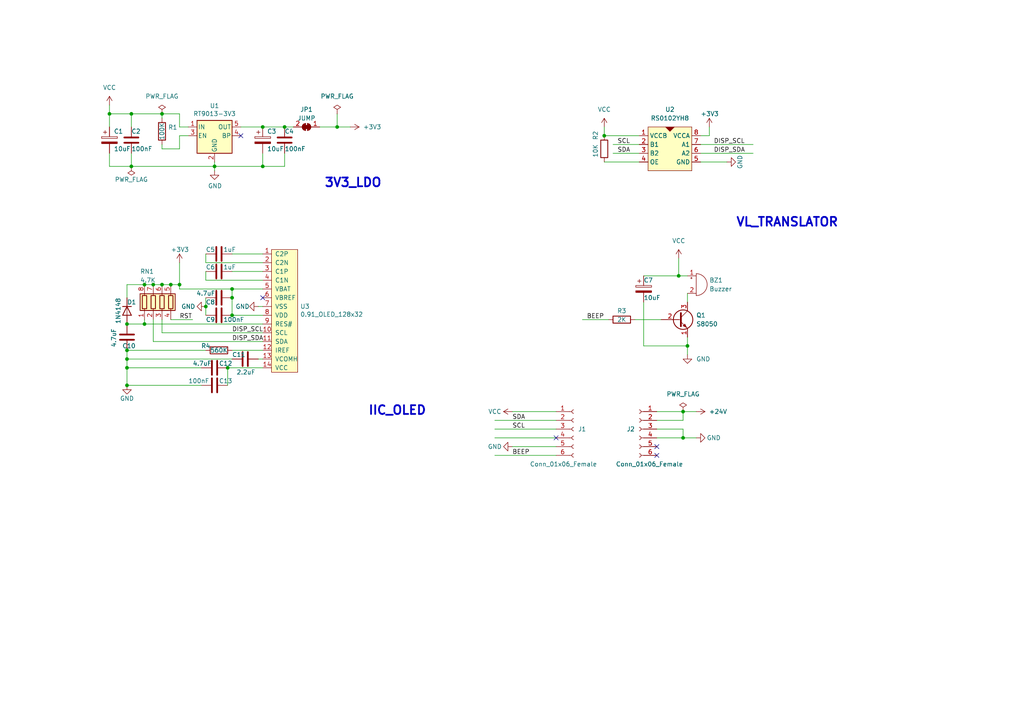
<source format=kicad_sch>
(kicad_sch (version 20211123) (generator eeschema)

  (uuid 26551ff6-d2b6-499a-9b1f-76cc044dd976)

  (paper "A4")

  (lib_symbols
    (symbol "Art_Pi_Sensor-rescue:0.91_OLED_128x48" (pin_names (offset 1.016)) (in_bom yes) (on_board yes)
      (property "Reference" "U3" (id 0) (at 8.3312 -2.5146 0)
        (effects (font (size 1.27 1.27)) (justify left))
      )
      (property "Value" "0.91_OLED_128x32" (id 1) (at 8.3312 -4.826 0)
        (effects (font (size 1.27 1.27)) (justify left))
      )
      (property "Footprint" "My_Library:OLED_128x32" (id 2) (at 0 0 0)
        (effects (font (size 1.27 1.27)) hide)
      )
      (property "Datasheet" "" (id 3) (at 0 0 0)
        (effects (font (size 1.27 1.27)) hide)
      )
      (symbol "0.91_OLED_128x48_0_1"
        (rectangle (start 0 13.97) (end 7.62 -21.59)
          (stroke (width 0) (type default) (color 0 0 0 0))
          (fill (type background))
        )
      )
      (symbol "0.91_OLED_128x48_1_1"
        (pin bidirectional line (at -2.54 12.7 0) (length 2.54)
          (name "C2P" (effects (font (size 1.27 1.27))))
          (number "1" (effects (font (size 1.27 1.27))))
        )
        (pin bidirectional line (at -2.54 -10.16 0) (length 2.54)
          (name "SCL" (effects (font (size 1.27 1.27))))
          (number "10" (effects (font (size 1.27 1.27))))
        )
        (pin bidirectional line (at -2.54 -12.7 0) (length 2.54)
          (name "SDA" (effects (font (size 1.27 1.27))))
          (number "11" (effects (font (size 1.27 1.27))))
        )
        (pin bidirectional line (at -2.54 -15.24 0) (length 2.54)
          (name "IREF" (effects (font (size 1.27 1.27))))
          (number "12" (effects (font (size 1.27 1.27))))
        )
        (pin bidirectional line (at -2.54 -17.78 0) (length 2.54)
          (name "VCOMH" (effects (font (size 1.27 1.27))))
          (number "13" (effects (font (size 1.27 1.27))))
        )
        (pin bidirectional line (at -2.54 -20.32 0) (length 2.54)
          (name "VCC" (effects (font (size 1.27 1.27))))
          (number "14" (effects (font (size 1.27 1.27))))
        )
        (pin bidirectional line (at -2.54 10.16 0) (length 2.54)
          (name "C2N" (effects (font (size 1.27 1.27))))
          (number "2" (effects (font (size 1.27 1.27))))
        )
        (pin bidirectional line (at -2.54 7.62 0) (length 2.54)
          (name "C1P" (effects (font (size 1.27 1.27))))
          (number "3" (effects (font (size 1.27 1.27))))
        )
        (pin bidirectional line (at -2.54 5.08 0) (length 2.54)
          (name "C1N" (effects (font (size 1.27 1.27))))
          (number "4" (effects (font (size 1.27 1.27))))
        )
        (pin power_in line (at -2.54 2.54 0) (length 2.54)
          (name "VBAT" (effects (font (size 1.27 1.27))))
          (number "5" (effects (font (size 1.27 1.27))))
        )
        (pin bidirectional line (at -2.54 0 0) (length 2.54)
          (name "VBREF" (effects (font (size 1.27 1.27))))
          (number "6" (effects (font (size 1.27 1.27))))
        )
        (pin power_in line (at -2.54 -2.54 0) (length 2.54)
          (name "VSS" (effects (font (size 1.27 1.27))))
          (number "7" (effects (font (size 1.27 1.27))))
        )
        (pin power_in line (at -2.54 -5.08 0) (length 2.54)
          (name "VDD" (effects (font (size 1.27 1.27))))
          (number "8" (effects (font (size 1.27 1.27))))
        )
        (pin bidirectional line (at -2.54 -7.62 0) (length 2.54)
          (name "RES#" (effects (font (size 1.27 1.27))))
          (number "9" (effects (font (size 1.27 1.27))))
        )
      )
    )
    (symbol "Connector:Conn_01x06_Female" (pin_names (offset 1.016) hide) (in_bom yes) (on_board yes)
      (property "Reference" "J" (id 0) (at 0 7.62 0)
        (effects (font (size 1.27 1.27)))
      )
      (property "Value" "Conn_01x06_Female" (id 1) (at 0 -10.16 0)
        (effects (font (size 1.27 1.27)))
      )
      (property "Footprint" "" (id 2) (at 0 0 0)
        (effects (font (size 1.27 1.27)) hide)
      )
      (property "Datasheet" "~" (id 3) (at 0 0 0)
        (effects (font (size 1.27 1.27)) hide)
      )
      (property "ki_keywords" "connector" (id 4) (at 0 0 0)
        (effects (font (size 1.27 1.27)) hide)
      )
      (property "ki_description" "Generic connector, single row, 01x06, script generated (kicad-library-utils/schlib/autogen/connector/)" (id 5) (at 0 0 0)
        (effects (font (size 1.27 1.27)) hide)
      )
      (property "ki_fp_filters" "Connector*:*_1x??_*" (id 6) (at 0 0 0)
        (effects (font (size 1.27 1.27)) hide)
      )
      (symbol "Conn_01x06_Female_1_1"
        (arc (start 0 -7.112) (mid -0.508 -7.62) (end 0 -8.128)
          (stroke (width 0.1524) (type default) (color 0 0 0 0))
          (fill (type none))
        )
        (arc (start 0 -4.572) (mid -0.508 -5.08) (end 0 -5.588)
          (stroke (width 0.1524) (type default) (color 0 0 0 0))
          (fill (type none))
        )
        (arc (start 0 -2.032) (mid -0.508 -2.54) (end 0 -3.048)
          (stroke (width 0.1524) (type default) (color 0 0 0 0))
          (fill (type none))
        )
        (polyline
          (pts
            (xy -1.27 -7.62)
            (xy -0.508 -7.62)
          )
          (stroke (width 0.1524) (type default) (color 0 0 0 0))
          (fill (type none))
        )
        (polyline
          (pts
            (xy -1.27 -5.08)
            (xy -0.508 -5.08)
          )
          (stroke (width 0.1524) (type default) (color 0 0 0 0))
          (fill (type none))
        )
        (polyline
          (pts
            (xy -1.27 -2.54)
            (xy -0.508 -2.54)
          )
          (stroke (width 0.1524) (type default) (color 0 0 0 0))
          (fill (type none))
        )
        (polyline
          (pts
            (xy -1.27 0)
            (xy -0.508 0)
          )
          (stroke (width 0.1524) (type default) (color 0 0 0 0))
          (fill (type none))
        )
        (polyline
          (pts
            (xy -1.27 2.54)
            (xy -0.508 2.54)
          )
          (stroke (width 0.1524) (type default) (color 0 0 0 0))
          (fill (type none))
        )
        (polyline
          (pts
            (xy -1.27 5.08)
            (xy -0.508 5.08)
          )
          (stroke (width 0.1524) (type default) (color 0 0 0 0))
          (fill (type none))
        )
        (arc (start 0 0.508) (mid -0.508 0) (end 0 -0.508)
          (stroke (width 0.1524) (type default) (color 0 0 0 0))
          (fill (type none))
        )
        (arc (start 0 3.048) (mid -0.508 2.54) (end 0 2.032)
          (stroke (width 0.1524) (type default) (color 0 0 0 0))
          (fill (type none))
        )
        (arc (start 0 5.588) (mid -0.508 5.08) (end 0 4.572)
          (stroke (width 0.1524) (type default) (color 0 0 0 0))
          (fill (type none))
        )
        (pin passive line (at -5.08 5.08 0) (length 3.81)
          (name "Pin_1" (effects (font (size 1.27 1.27))))
          (number "1" (effects (font (size 1.27 1.27))))
        )
        (pin passive line (at -5.08 2.54 0) (length 3.81)
          (name "Pin_2" (effects (font (size 1.27 1.27))))
          (number "2" (effects (font (size 1.27 1.27))))
        )
        (pin passive line (at -5.08 0 0) (length 3.81)
          (name "Pin_3" (effects (font (size 1.27 1.27))))
          (number "3" (effects (font (size 1.27 1.27))))
        )
        (pin passive line (at -5.08 -2.54 0) (length 3.81)
          (name "Pin_4" (effects (font (size 1.27 1.27))))
          (number "4" (effects (font (size 1.27 1.27))))
        )
        (pin passive line (at -5.08 -5.08 0) (length 3.81)
          (name "Pin_5" (effects (font (size 1.27 1.27))))
          (number "5" (effects (font (size 1.27 1.27))))
        )
        (pin passive line (at -5.08 -7.62 0) (length 3.81)
          (name "Pin_6" (effects (font (size 1.27 1.27))))
          (number "6" (effects (font (size 1.27 1.27))))
        )
      )
    )
    (symbol "Device:Buzzer" (pin_names (offset 0.0254) hide) (in_bom yes) (on_board yes)
      (property "Reference" "BZ" (id 0) (at 3.81 1.27 0)
        (effects (font (size 1.27 1.27)) (justify left))
      )
      (property "Value" "Buzzer" (id 1) (at 3.81 -1.27 0)
        (effects (font (size 1.27 1.27)) (justify left))
      )
      (property "Footprint" "" (id 2) (at -0.635 2.54 90)
        (effects (font (size 1.27 1.27)) hide)
      )
      (property "Datasheet" "~" (id 3) (at -0.635 2.54 90)
        (effects (font (size 1.27 1.27)) hide)
      )
      (property "ki_keywords" "quartz resonator ceramic" (id 4) (at 0 0 0)
        (effects (font (size 1.27 1.27)) hide)
      )
      (property "ki_description" "Buzzer, polarized" (id 5) (at 0 0 0)
        (effects (font (size 1.27 1.27)) hide)
      )
      (property "ki_fp_filters" "*Buzzer*" (id 6) (at 0 0 0)
        (effects (font (size 1.27 1.27)) hide)
      )
      (symbol "Buzzer_0_1"
        (arc (start 0 -3.175) (mid 3.175 0) (end 0 3.175)
          (stroke (width 0) (type default) (color 0 0 0 0))
          (fill (type none))
        )
        (polyline
          (pts
            (xy -1.651 1.905)
            (xy -1.143 1.905)
          )
          (stroke (width 0) (type default) (color 0 0 0 0))
          (fill (type none))
        )
        (polyline
          (pts
            (xy -1.397 2.159)
            (xy -1.397 1.651)
          )
          (stroke (width 0) (type default) (color 0 0 0 0))
          (fill (type none))
        )
        (polyline
          (pts
            (xy 0 3.175)
            (xy 0 -3.175)
          )
          (stroke (width 0) (type default) (color 0 0 0 0))
          (fill (type none))
        )
      )
      (symbol "Buzzer_1_1"
        (pin passive line (at -2.54 2.54 0) (length 2.54)
          (name "-" (effects (font (size 1.27 1.27))))
          (number "1" (effects (font (size 1.27 1.27))))
        )
        (pin passive line (at -2.54 -2.54 0) (length 2.54)
          (name "+" (effects (font (size 1.27 1.27))))
          (number "2" (effects (font (size 1.27 1.27))))
        )
      )
    )
    (symbol "Device:C" (pin_numbers hide) (pin_names (offset 0.254)) (in_bom yes) (on_board yes)
      (property "Reference" "C" (id 0) (at 0.635 2.54 0)
        (effects (font (size 1.27 1.27)) (justify left))
      )
      (property "Value" "C" (id 1) (at 0.635 -2.54 0)
        (effects (font (size 1.27 1.27)) (justify left))
      )
      (property "Footprint" "" (id 2) (at 0.9652 -3.81 0)
        (effects (font (size 1.27 1.27)) hide)
      )
      (property "Datasheet" "~" (id 3) (at 0 0 0)
        (effects (font (size 1.27 1.27)) hide)
      )
      (property "ki_keywords" "cap capacitor" (id 4) (at 0 0 0)
        (effects (font (size 1.27 1.27)) hide)
      )
      (property "ki_description" "Unpolarized capacitor" (id 5) (at 0 0 0)
        (effects (font (size 1.27 1.27)) hide)
      )
      (property "ki_fp_filters" "C_*" (id 6) (at 0 0 0)
        (effects (font (size 1.27 1.27)) hide)
      )
      (symbol "C_0_1"
        (polyline
          (pts
            (xy -2.032 -0.762)
            (xy 2.032 -0.762)
          )
          (stroke (width 0.508) (type default) (color 0 0 0 0))
          (fill (type none))
        )
        (polyline
          (pts
            (xy -2.032 0.762)
            (xy 2.032 0.762)
          )
          (stroke (width 0.508) (type default) (color 0 0 0 0))
          (fill (type none))
        )
      )
      (symbol "C_1_1"
        (pin passive line (at 0 3.81 270) (length 2.794)
          (name "~" (effects (font (size 1.27 1.27))))
          (number "1" (effects (font (size 1.27 1.27))))
        )
        (pin passive line (at 0 -3.81 90) (length 2.794)
          (name "~" (effects (font (size 1.27 1.27))))
          (number "2" (effects (font (size 1.27 1.27))))
        )
      )
    )
    (symbol "Device:C_Polarized" (pin_numbers hide) (pin_names (offset 0.254)) (in_bom yes) (on_board yes)
      (property "Reference" "C" (id 0) (at 0.635 2.54 0)
        (effects (font (size 1.27 1.27)) (justify left))
      )
      (property "Value" "C_Polarized" (id 1) (at 0.635 -2.54 0)
        (effects (font (size 1.27 1.27)) (justify left))
      )
      (property "Footprint" "" (id 2) (at 0.9652 -3.81 0)
        (effects (font (size 1.27 1.27)) hide)
      )
      (property "Datasheet" "~" (id 3) (at 0 0 0)
        (effects (font (size 1.27 1.27)) hide)
      )
      (property "ki_keywords" "cap capacitor" (id 4) (at 0 0 0)
        (effects (font (size 1.27 1.27)) hide)
      )
      (property "ki_description" "Polarized capacitor" (id 5) (at 0 0 0)
        (effects (font (size 1.27 1.27)) hide)
      )
      (property "ki_fp_filters" "CP_*" (id 6) (at 0 0 0)
        (effects (font (size 1.27 1.27)) hide)
      )
      (symbol "C_Polarized_0_1"
        (rectangle (start -2.286 0.508) (end 2.286 1.016)
          (stroke (width 0) (type default) (color 0 0 0 0))
          (fill (type none))
        )
        (polyline
          (pts
            (xy -1.778 2.286)
            (xy -0.762 2.286)
          )
          (stroke (width 0) (type default) (color 0 0 0 0))
          (fill (type none))
        )
        (polyline
          (pts
            (xy -1.27 2.794)
            (xy -1.27 1.778)
          )
          (stroke (width 0) (type default) (color 0 0 0 0))
          (fill (type none))
        )
        (rectangle (start 2.286 -0.508) (end -2.286 -1.016)
          (stroke (width 0) (type default) (color 0 0 0 0))
          (fill (type outline))
        )
      )
      (symbol "C_Polarized_1_1"
        (pin passive line (at 0 3.81 270) (length 2.794)
          (name "~" (effects (font (size 1.27 1.27))))
          (number "1" (effects (font (size 1.27 1.27))))
        )
        (pin passive line (at 0 -3.81 90) (length 2.794)
          (name "~" (effects (font (size 1.27 1.27))))
          (number "2" (effects (font (size 1.27 1.27))))
        )
      )
    )
    (symbol "Device:D" (pin_numbers hide) (pin_names (offset 1.016) hide) (in_bom yes) (on_board yes)
      (property "Reference" "D" (id 0) (at 0 2.54 0)
        (effects (font (size 1.27 1.27)))
      )
      (property "Value" "D" (id 1) (at 0 -2.54 0)
        (effects (font (size 1.27 1.27)))
      )
      (property "Footprint" "" (id 2) (at 0 0 0)
        (effects (font (size 1.27 1.27)) hide)
      )
      (property "Datasheet" "~" (id 3) (at 0 0 0)
        (effects (font (size 1.27 1.27)) hide)
      )
      (property "ki_keywords" "diode" (id 4) (at 0 0 0)
        (effects (font (size 1.27 1.27)) hide)
      )
      (property "ki_description" "Diode" (id 5) (at 0 0 0)
        (effects (font (size 1.27 1.27)) hide)
      )
      (property "ki_fp_filters" "TO-???* *_Diode_* *SingleDiode* D_*" (id 6) (at 0 0 0)
        (effects (font (size 1.27 1.27)) hide)
      )
      (symbol "D_0_1"
        (polyline
          (pts
            (xy -1.27 1.27)
            (xy -1.27 -1.27)
          )
          (stroke (width 0.254) (type default) (color 0 0 0 0))
          (fill (type none))
        )
        (polyline
          (pts
            (xy 1.27 0)
            (xy -1.27 0)
          )
          (stroke (width 0) (type default) (color 0 0 0 0))
          (fill (type none))
        )
        (polyline
          (pts
            (xy 1.27 1.27)
            (xy 1.27 -1.27)
            (xy -1.27 0)
            (xy 1.27 1.27)
          )
          (stroke (width 0.254) (type default) (color 0 0 0 0))
          (fill (type none))
        )
      )
      (symbol "D_1_1"
        (pin passive line (at -3.81 0 0) (length 2.54)
          (name "K" (effects (font (size 1.27 1.27))))
          (number "1" (effects (font (size 1.27 1.27))))
        )
        (pin passive line (at 3.81 0 180) (length 2.54)
          (name "A" (effects (font (size 1.27 1.27))))
          (number "2" (effects (font (size 1.27 1.27))))
        )
      )
    )
    (symbol "Device:R" (pin_numbers hide) (pin_names (offset 0)) (in_bom yes) (on_board yes)
      (property "Reference" "R" (id 0) (at 2.032 0 90)
        (effects (font (size 1.27 1.27)))
      )
      (property "Value" "R" (id 1) (at 0 0 90)
        (effects (font (size 1.27 1.27)))
      )
      (property "Footprint" "" (id 2) (at -1.778 0 90)
        (effects (font (size 1.27 1.27)) hide)
      )
      (property "Datasheet" "~" (id 3) (at 0 0 0)
        (effects (font (size 1.27 1.27)) hide)
      )
      (property "ki_keywords" "R res resistor" (id 4) (at 0 0 0)
        (effects (font (size 1.27 1.27)) hide)
      )
      (property "ki_description" "Resistor" (id 5) (at 0 0 0)
        (effects (font (size 1.27 1.27)) hide)
      )
      (property "ki_fp_filters" "R_*" (id 6) (at 0 0 0)
        (effects (font (size 1.27 1.27)) hide)
      )
      (symbol "R_0_1"
        (rectangle (start -1.016 -2.54) (end 1.016 2.54)
          (stroke (width 0.254) (type default) (color 0 0 0 0))
          (fill (type none))
        )
      )
      (symbol "R_1_1"
        (pin passive line (at 0 3.81 270) (length 1.27)
          (name "~" (effects (font (size 1.27 1.27))))
          (number "1" (effects (font (size 1.27 1.27))))
        )
        (pin passive line (at 0 -3.81 90) (length 1.27)
          (name "~" (effects (font (size 1.27 1.27))))
          (number "2" (effects (font (size 1.27 1.27))))
        )
      )
    )
    (symbol "Device:R_Pack04" (pin_names (offset 0) hide) (in_bom yes) (on_board yes)
      (property "Reference" "RN" (id 0) (at -7.62 0 90)
        (effects (font (size 1.27 1.27)))
      )
      (property "Value" "R_Pack04" (id 1) (at 5.08 0 90)
        (effects (font (size 1.27 1.27)))
      )
      (property "Footprint" "" (id 2) (at 6.985 0 90)
        (effects (font (size 1.27 1.27)) hide)
      )
      (property "Datasheet" "~" (id 3) (at 0 0 0)
        (effects (font (size 1.27 1.27)) hide)
      )
      (property "ki_keywords" "R network parallel topology isolated" (id 4) (at 0 0 0)
        (effects (font (size 1.27 1.27)) hide)
      )
      (property "ki_description" "4 resistor network, parallel topology" (id 5) (at 0 0 0)
        (effects (font (size 1.27 1.27)) hide)
      )
      (property "ki_fp_filters" "DIP* SOIC* R*Array*Concave* R*Array*Convex*" (id 6) (at 0 0 0)
        (effects (font (size 1.27 1.27)) hide)
      )
      (symbol "R_Pack04_0_1"
        (rectangle (start -6.35 -2.413) (end 3.81 2.413)
          (stroke (width 0.254) (type default) (color 0 0 0 0))
          (fill (type background))
        )
        (rectangle (start -5.715 1.905) (end -4.445 -1.905)
          (stroke (width 0.254) (type default) (color 0 0 0 0))
          (fill (type none))
        )
        (rectangle (start -3.175 1.905) (end -1.905 -1.905)
          (stroke (width 0.254) (type default) (color 0 0 0 0))
          (fill (type none))
        )
        (rectangle (start -0.635 1.905) (end 0.635 -1.905)
          (stroke (width 0.254) (type default) (color 0 0 0 0))
          (fill (type none))
        )
        (polyline
          (pts
            (xy -5.08 -2.54)
            (xy -5.08 -1.905)
          )
          (stroke (width 0) (type default) (color 0 0 0 0))
          (fill (type none))
        )
        (polyline
          (pts
            (xy -5.08 1.905)
            (xy -5.08 2.54)
          )
          (stroke (width 0) (type default) (color 0 0 0 0))
          (fill (type none))
        )
        (polyline
          (pts
            (xy -2.54 -2.54)
            (xy -2.54 -1.905)
          )
          (stroke (width 0) (type default) (color 0 0 0 0))
          (fill (type none))
        )
        (polyline
          (pts
            (xy -2.54 1.905)
            (xy -2.54 2.54)
          )
          (stroke (width 0) (type default) (color 0 0 0 0))
          (fill (type none))
        )
        (polyline
          (pts
            (xy 0 -2.54)
            (xy 0 -1.905)
          )
          (stroke (width 0) (type default) (color 0 0 0 0))
          (fill (type none))
        )
        (polyline
          (pts
            (xy 0 1.905)
            (xy 0 2.54)
          )
          (stroke (width 0) (type default) (color 0 0 0 0))
          (fill (type none))
        )
        (polyline
          (pts
            (xy 2.54 -2.54)
            (xy 2.54 -1.905)
          )
          (stroke (width 0) (type default) (color 0 0 0 0))
          (fill (type none))
        )
        (polyline
          (pts
            (xy 2.54 1.905)
            (xy 2.54 2.54)
          )
          (stroke (width 0) (type default) (color 0 0 0 0))
          (fill (type none))
        )
        (rectangle (start 1.905 1.905) (end 3.175 -1.905)
          (stroke (width 0.254) (type default) (color 0 0 0 0))
          (fill (type none))
        )
      )
      (symbol "R_Pack04_1_1"
        (pin passive line (at -5.08 -5.08 90) (length 2.54)
          (name "R1.1" (effects (font (size 1.27 1.27))))
          (number "1" (effects (font (size 1.27 1.27))))
        )
        (pin passive line (at -2.54 -5.08 90) (length 2.54)
          (name "R2.1" (effects (font (size 1.27 1.27))))
          (number "2" (effects (font (size 1.27 1.27))))
        )
        (pin passive line (at 0 -5.08 90) (length 2.54)
          (name "R3.1" (effects (font (size 1.27 1.27))))
          (number "3" (effects (font (size 1.27 1.27))))
        )
        (pin passive line (at 2.54 -5.08 90) (length 2.54)
          (name "R4.1" (effects (font (size 1.27 1.27))))
          (number "4" (effects (font (size 1.27 1.27))))
        )
        (pin passive line (at 2.54 5.08 270) (length 2.54)
          (name "R4.2" (effects (font (size 1.27 1.27))))
          (number "5" (effects (font (size 1.27 1.27))))
        )
        (pin passive line (at 0 5.08 270) (length 2.54)
          (name "R3.2" (effects (font (size 1.27 1.27))))
          (number "6" (effects (font (size 1.27 1.27))))
        )
        (pin passive line (at -2.54 5.08 270) (length 2.54)
          (name "R2.2" (effects (font (size 1.27 1.27))))
          (number "7" (effects (font (size 1.27 1.27))))
        )
        (pin passive line (at -5.08 5.08 270) (length 2.54)
          (name "R1.2" (effects (font (size 1.27 1.27))))
          (number "8" (effects (font (size 1.27 1.27))))
        )
      )
    )
    (symbol "Jumper:SolderJumper_2_Bridged" (pin_names (offset 0) hide) (in_bom yes) (on_board yes)
      (property "Reference" "JP" (id 0) (at 0 2.032 0)
        (effects (font (size 1.27 1.27)))
      )
      (property "Value" "SolderJumper_2_Bridged" (id 1) (at 0 -2.54 0)
        (effects (font (size 1.27 1.27)))
      )
      (property "Footprint" "" (id 2) (at 0 0 0)
        (effects (font (size 1.27 1.27)) hide)
      )
      (property "Datasheet" "~" (id 3) (at 0 0 0)
        (effects (font (size 1.27 1.27)) hide)
      )
      (property "ki_keywords" "solder jumper SPST" (id 4) (at 0 0 0)
        (effects (font (size 1.27 1.27)) hide)
      )
      (property "ki_description" "Solder Jumper, 2-pole, closed/bridged" (id 5) (at 0 0 0)
        (effects (font (size 1.27 1.27)) hide)
      )
      (property "ki_fp_filters" "SolderJumper*Bridged*" (id 6) (at 0 0 0)
        (effects (font (size 1.27 1.27)) hide)
      )
      (symbol "SolderJumper_2_Bridged_0_1"
        (rectangle (start -0.508 0.508) (end 0.508 -0.508)
          (stroke (width 0) (type default) (color 0 0 0 0))
          (fill (type outline))
        )
        (arc (start -0.254 1.016) (mid -1.27 0) (end -0.254 -1.016)
          (stroke (width 0) (type default) (color 0 0 0 0))
          (fill (type none))
        )
        (arc (start -0.254 1.016) (mid -1.27 0) (end -0.254 -1.016)
          (stroke (width 0) (type default) (color 0 0 0 0))
          (fill (type outline))
        )
        (polyline
          (pts
            (xy -0.254 1.016)
            (xy -0.254 -1.016)
          )
          (stroke (width 0) (type default) (color 0 0 0 0))
          (fill (type none))
        )
        (polyline
          (pts
            (xy 0.254 1.016)
            (xy 0.254 -1.016)
          )
          (stroke (width 0) (type default) (color 0 0 0 0))
          (fill (type none))
        )
        (arc (start 0.254 -1.016) (mid 1.27 0) (end 0.254 1.016)
          (stroke (width 0) (type default) (color 0 0 0 0))
          (fill (type none))
        )
        (arc (start 0.254 -1.016) (mid 1.27 0) (end 0.254 1.016)
          (stroke (width 0) (type default) (color 0 0 0 0))
          (fill (type outline))
        )
      )
      (symbol "SolderJumper_2_Bridged_1_1"
        (pin passive line (at -3.81 0 0) (length 2.54)
          (name "A" (effects (font (size 1.27 1.27))))
          (number "1" (effects (font (size 1.27 1.27))))
        )
        (pin passive line (at 3.81 0 180) (length 2.54)
          (name "B" (effects (font (size 1.27 1.27))))
          (number "2" (effects (font (size 1.27 1.27))))
        )
      )
    )
    (symbol "My_Library:RS0102YH8" (in_bom yes) (on_board yes)
      (property "Reference" "U" (id 0) (at 0 -7.62 0)
        (effects (font (size 1.27 1.27)))
      )
      (property "Value" "RS0102YH8" (id 1) (at 0 7.62 0)
        (effects (font (size 1.27 1.27)))
      )
      (property "Footprint" "Package_SO:VSSOP-8_2.3x2mm_P0.5mm" (id 2) (at 0 -13.97 0)
        (effects (font (size 1.27 1.27)) hide)
      )
      (property "Datasheet" "https://atta.szlcsc.com/upload/public/pdf/source/20200914/C783414_6557205211B20B027C7967DA27FC02D7.pdf" (id 3) (at 0 -10.16 0)
        (effects (font (size 1.27 1.27)) hide)
      )
      (property "ki_keywords" "电平转换" (id 4) (at 0 0 0)
        (effects (font (size 1.27 1.27)) hide)
      )
      (property "ki_description" "双路电平转换芯片" (id 5) (at 0 0 0)
        (effects (font (size 1.27 1.27)) hide)
      )
      (symbol "RS0102YH8_0_1"
        (rectangle (start -6.35 6.35) (end 6.35 -6.35)
          (stroke (width 0) (type default) (color 0 0 0 0))
          (fill (type background))
        )
        (polyline
          (pts
            (xy -1.27 6.35)
            (xy 0 5.08)
            (xy 1.27 6.35)
          )
          (stroke (width 0) (type default) (color 0 0 0 0))
          (fill (type outline))
        )
      )
      (symbol "RS0102YH8_1_1"
        (pin power_in line (at -8.89 3.81 0) (length 2.54)
          (name "VCCB" (effects (font (size 1.27 1.27))))
          (number "1" (effects (font (size 1.27 1.27))))
        )
        (pin bidirectional line (at -8.89 1.27 0) (length 2.54)
          (name "B1" (effects (font (size 1.27 1.27))))
          (number "2" (effects (font (size 1.27 1.27))))
        )
        (pin bidirectional line (at -8.89 -1.27 0) (length 2.54)
          (name "B2" (effects (font (size 1.27 1.27))))
          (number "3" (effects (font (size 1.27 1.27))))
        )
        (pin input line (at -8.89 -3.81 0) (length 2.54)
          (name "OE" (effects (font (size 1.27 1.27))))
          (number "4" (effects (font (size 1.27 1.27))))
        )
        (pin power_in line (at 8.89 -3.81 180) (length 2.54)
          (name "GND" (effects (font (size 1.27 1.27))))
          (number "5" (effects (font (size 1.27 1.27))))
        )
        (pin bidirectional line (at 8.89 -1.27 180) (length 2.54)
          (name "A2" (effects (font (size 1.27 1.27))))
          (number "6" (effects (font (size 1.27 1.27))))
        )
        (pin bidirectional line (at 8.89 1.27 180) (length 2.54)
          (name "A1" (effects (font (size 1.27 1.27))))
          (number "7" (effects (font (size 1.27 1.27))))
        )
        (pin power_in line (at 8.89 3.81 180) (length 2.54)
          (name "VCCA" (effects (font (size 1.27 1.27))))
          (number "8" (effects (font (size 1.27 1.27))))
        )
      )
    )
    (symbol "Regulator_Linear:MIC5205-3.3YM5" (pin_names (offset 0.254)) (in_bom yes) (on_board yes)
      (property "Reference" "U" (id 0) (at -3.81 5.715 0)
        (effects (font (size 1.27 1.27)))
      )
      (property "Value" "MIC5205-3.3YM5" (id 1) (at 0 5.715 0)
        (effects (font (size 1.27 1.27)) (justify left))
      )
      (property "Footprint" "Package_TO_SOT_SMD:SOT-23-5" (id 2) (at 0 8.255 0)
        (effects (font (size 1.27 1.27)) hide)
      )
      (property "Datasheet" "http://ww1.microchip.com/downloads/en/DeviceDoc/20005785A.pdf" (id 3) (at 0 0 0)
        (effects (font (size 1.27 1.27)) hide)
      )
      (property "ki_keywords" "150mA low-noise LDO linear voltage regulator fixed positive" (id 4) (at 0 0 0)
        (effects (font (size 1.27 1.27)) hide)
      )
      (property "ki_description" "150mA low dropout linear regulator, fixed 3.3V output, SOT-23-5" (id 5) (at 0 0 0)
        (effects (font (size 1.27 1.27)) hide)
      )
      (property "ki_fp_filters" "SOT?23*" (id 6) (at 0 0 0)
        (effects (font (size 1.27 1.27)) hide)
      )
      (symbol "MIC5205-3.3YM5_0_1"
        (rectangle (start -5.08 4.445) (end 5.08 -5.08)
          (stroke (width 0.254) (type default) (color 0 0 0 0))
          (fill (type background))
        )
      )
      (symbol "MIC5205-3.3YM5_1_1"
        (pin power_in line (at -7.62 2.54 0) (length 2.54)
          (name "IN" (effects (font (size 1.27 1.27))))
          (number "1" (effects (font (size 1.27 1.27))))
        )
        (pin power_in line (at 0 -7.62 90) (length 2.54)
          (name "GND" (effects (font (size 1.27 1.27))))
          (number "2" (effects (font (size 1.27 1.27))))
        )
        (pin input line (at -7.62 0 0) (length 2.54)
          (name "EN" (effects (font (size 1.27 1.27))))
          (number "3" (effects (font (size 1.27 1.27))))
        )
        (pin input line (at 7.62 0 180) (length 2.54)
          (name "BP" (effects (font (size 1.27 1.27))))
          (number "4" (effects (font (size 1.27 1.27))))
        )
        (pin power_out line (at 7.62 2.54 180) (length 2.54)
          (name "OUT" (effects (font (size 1.27 1.27))))
          (number "5" (effects (font (size 1.27 1.27))))
        )
      )
    )
    (symbol "Transistor_BJT:S8050" (pin_names (offset 0) hide) (in_bom yes) (on_board yes)
      (property "Reference" "Q" (id 0) (at 5.08 1.905 0)
        (effects (font (size 1.27 1.27)) (justify left))
      )
      (property "Value" "S8050" (id 1) (at 5.08 0 0)
        (effects (font (size 1.27 1.27)) (justify left))
      )
      (property "Footprint" "Package_TO_SOT_THT:TO-92_Inline" (id 2) (at 5.08 -1.905 0)
        (effects (font (size 1.27 1.27) italic) (justify left) hide)
      )
      (property "Datasheet" "http://www.unisonic.com.tw/datasheet/S8050.pdf" (id 3) (at 0 0 0)
        (effects (font (size 1.27 1.27)) (justify left) hide)
      )
      (property "ki_keywords" "S8050 NPN Low Voltage High Current Transistor" (id 4) (at 0 0 0)
        (effects (font (size 1.27 1.27)) hide)
      )
      (property "ki_description" "0.7A Ic, 20V Vce, Low Voltage High Current NPN Transistor, TO-92" (id 5) (at 0 0 0)
        (effects (font (size 1.27 1.27)) hide)
      )
      (property "ki_fp_filters" "TO?92*" (id 6) (at 0 0 0)
        (effects (font (size 1.27 1.27)) hide)
      )
      (symbol "S8050_0_1"
        (polyline
          (pts
            (xy 0 0)
            (xy 0.635 0)
          )
          (stroke (width 0) (type default) (color 0 0 0 0))
          (fill (type none))
        )
        (polyline
          (pts
            (xy 0.635 0.635)
            (xy 2.54 2.54)
          )
          (stroke (width 0) (type default) (color 0 0 0 0))
          (fill (type none))
        )
        (polyline
          (pts
            (xy 0.635 -0.635)
            (xy 2.54 -2.54)
            (xy 2.54 -2.54)
          )
          (stroke (width 0) (type default) (color 0 0 0 0))
          (fill (type none))
        )
        (polyline
          (pts
            (xy 0.635 1.905)
            (xy 0.635 -1.905)
            (xy 0.635 -1.905)
          )
          (stroke (width 0.508) (type default) (color 0 0 0 0))
          (fill (type none))
        )
        (polyline
          (pts
            (xy 1.27 -1.778)
            (xy 1.778 -1.27)
            (xy 2.286 -2.286)
            (xy 1.27 -1.778)
            (xy 1.27 -1.778)
          )
          (stroke (width 0) (type default) (color 0 0 0 0))
          (fill (type outline))
        )
        (circle (center 1.27 0) (radius 2.8194)
          (stroke (width 0.254) (type default) (color 0 0 0 0))
          (fill (type none))
        )
      )
      (symbol "S8050_1_1"
        (pin passive line (at 2.54 -5.08 90) (length 2.54)
          (name "E" (effects (font (size 1.27 1.27))))
          (number "1" (effects (font (size 1.27 1.27))))
        )
        (pin input line (at -5.08 0 0) (length 5.08)
          (name "B" (effects (font (size 1.27 1.27))))
          (number "2" (effects (font (size 1.27 1.27))))
        )
        (pin passive line (at 2.54 5.08 270) (length 2.54)
          (name "C" (effects (font (size 1.27 1.27))))
          (number "3" (effects (font (size 1.27 1.27))))
        )
      )
    )
    (symbol "power:+24V" (power) (pin_names (offset 0)) (in_bom yes) (on_board yes)
      (property "Reference" "#PWR" (id 0) (at 0 -3.81 0)
        (effects (font (size 1.27 1.27)) hide)
      )
      (property "Value" "+24V" (id 1) (at 0 3.556 0)
        (effects (font (size 1.27 1.27)))
      )
      (property "Footprint" "" (id 2) (at 0 0 0)
        (effects (font (size 1.27 1.27)) hide)
      )
      (property "Datasheet" "" (id 3) (at 0 0 0)
        (effects (font (size 1.27 1.27)) hide)
      )
      (property "ki_keywords" "power-flag" (id 4) (at 0 0 0)
        (effects (font (size 1.27 1.27)) hide)
      )
      (property "ki_description" "Power symbol creates a global label with name \"+24V\"" (id 5) (at 0 0 0)
        (effects (font (size 1.27 1.27)) hide)
      )
      (symbol "+24V_0_1"
        (polyline
          (pts
            (xy -0.762 1.27)
            (xy 0 2.54)
          )
          (stroke (width 0) (type default) (color 0 0 0 0))
          (fill (type none))
        )
        (polyline
          (pts
            (xy 0 0)
            (xy 0 2.54)
          )
          (stroke (width 0) (type default) (color 0 0 0 0))
          (fill (type none))
        )
        (polyline
          (pts
            (xy 0 2.54)
            (xy 0.762 1.27)
          )
          (stroke (width 0) (type default) (color 0 0 0 0))
          (fill (type none))
        )
      )
      (symbol "+24V_1_1"
        (pin power_in line (at 0 0 90) (length 0) hide
          (name "+24V" (effects (font (size 1.27 1.27))))
          (number "1" (effects (font (size 1.27 1.27))))
        )
      )
    )
    (symbol "power:+3V3" (power) (pin_names (offset 0)) (in_bom yes) (on_board yes)
      (property "Reference" "#PWR" (id 0) (at 0 -3.81 0)
        (effects (font (size 1.27 1.27)) hide)
      )
      (property "Value" "+3V3" (id 1) (at 0 3.556 0)
        (effects (font (size 1.27 1.27)))
      )
      (property "Footprint" "" (id 2) (at 0 0 0)
        (effects (font (size 1.27 1.27)) hide)
      )
      (property "Datasheet" "" (id 3) (at 0 0 0)
        (effects (font (size 1.27 1.27)) hide)
      )
      (property "ki_keywords" "power-flag" (id 4) (at 0 0 0)
        (effects (font (size 1.27 1.27)) hide)
      )
      (property "ki_description" "Power symbol creates a global label with name \"+3V3\"" (id 5) (at 0 0 0)
        (effects (font (size 1.27 1.27)) hide)
      )
      (symbol "+3V3_0_1"
        (polyline
          (pts
            (xy -0.762 1.27)
            (xy 0 2.54)
          )
          (stroke (width 0) (type default) (color 0 0 0 0))
          (fill (type none))
        )
        (polyline
          (pts
            (xy 0 0)
            (xy 0 2.54)
          )
          (stroke (width 0) (type default) (color 0 0 0 0))
          (fill (type none))
        )
        (polyline
          (pts
            (xy 0 2.54)
            (xy 0.762 1.27)
          )
          (stroke (width 0) (type default) (color 0 0 0 0))
          (fill (type none))
        )
      )
      (symbol "+3V3_1_1"
        (pin power_in line (at 0 0 90) (length 0) hide
          (name "+3V3" (effects (font (size 1.27 1.27))))
          (number "1" (effects (font (size 1.27 1.27))))
        )
      )
    )
    (symbol "power:GND" (power) (pin_names (offset 0)) (in_bom yes) (on_board yes)
      (property "Reference" "#PWR" (id 0) (at 0 -6.35 0)
        (effects (font (size 1.27 1.27)) hide)
      )
      (property "Value" "GND" (id 1) (at 0 -3.81 0)
        (effects (font (size 1.27 1.27)))
      )
      (property "Footprint" "" (id 2) (at 0 0 0)
        (effects (font (size 1.27 1.27)) hide)
      )
      (property "Datasheet" "" (id 3) (at 0 0 0)
        (effects (font (size 1.27 1.27)) hide)
      )
      (property "ki_keywords" "power-flag" (id 4) (at 0 0 0)
        (effects (font (size 1.27 1.27)) hide)
      )
      (property "ki_description" "Power symbol creates a global label with name \"GND\" , ground" (id 5) (at 0 0 0)
        (effects (font (size 1.27 1.27)) hide)
      )
      (symbol "GND_0_1"
        (polyline
          (pts
            (xy 0 0)
            (xy 0 -1.27)
            (xy 1.27 -1.27)
            (xy 0 -2.54)
            (xy -1.27 -1.27)
            (xy 0 -1.27)
          )
          (stroke (width 0) (type default) (color 0 0 0 0))
          (fill (type none))
        )
      )
      (symbol "GND_1_1"
        (pin power_in line (at 0 0 270) (length 0) hide
          (name "GND" (effects (font (size 1.27 1.27))))
          (number "1" (effects (font (size 1.27 1.27))))
        )
      )
    )
    (symbol "power:PWR_FLAG" (power) (pin_numbers hide) (pin_names (offset 0) hide) (in_bom yes) (on_board yes)
      (property "Reference" "#FLG" (id 0) (at 0 1.905 0)
        (effects (font (size 1.27 1.27)) hide)
      )
      (property "Value" "PWR_FLAG" (id 1) (at 0 3.81 0)
        (effects (font (size 1.27 1.27)))
      )
      (property "Footprint" "" (id 2) (at 0 0 0)
        (effects (font (size 1.27 1.27)) hide)
      )
      (property "Datasheet" "~" (id 3) (at 0 0 0)
        (effects (font (size 1.27 1.27)) hide)
      )
      (property "ki_keywords" "power-flag" (id 4) (at 0 0 0)
        (effects (font (size 1.27 1.27)) hide)
      )
      (property "ki_description" "Special symbol for telling ERC where power comes from" (id 5) (at 0 0 0)
        (effects (font (size 1.27 1.27)) hide)
      )
      (symbol "PWR_FLAG_0_0"
        (pin power_out line (at 0 0 90) (length 0)
          (name "pwr" (effects (font (size 1.27 1.27))))
          (number "1" (effects (font (size 1.27 1.27))))
        )
      )
      (symbol "PWR_FLAG_0_1"
        (polyline
          (pts
            (xy 0 0)
            (xy 0 1.27)
            (xy -1.016 1.905)
            (xy 0 2.54)
            (xy 1.016 1.905)
            (xy 0 1.27)
          )
          (stroke (width 0) (type default) (color 0 0 0 0))
          (fill (type none))
        )
      )
    )
    (symbol "power:VCC" (power) (pin_names (offset 0)) (in_bom yes) (on_board yes)
      (property "Reference" "#PWR" (id 0) (at 0 -3.81 0)
        (effects (font (size 1.27 1.27)) hide)
      )
      (property "Value" "VCC" (id 1) (at 0 3.81 0)
        (effects (font (size 1.27 1.27)))
      )
      (property "Footprint" "" (id 2) (at 0 0 0)
        (effects (font (size 1.27 1.27)) hide)
      )
      (property "Datasheet" "" (id 3) (at 0 0 0)
        (effects (font (size 1.27 1.27)) hide)
      )
      (property "ki_keywords" "power-flag" (id 4) (at 0 0 0)
        (effects (font (size 1.27 1.27)) hide)
      )
      (property "ki_description" "Power symbol creates a global label with name \"VCC\"" (id 5) (at 0 0 0)
        (effects (font (size 1.27 1.27)) hide)
      )
      (symbol "VCC_0_1"
        (polyline
          (pts
            (xy -0.762 1.27)
            (xy 0 2.54)
          )
          (stroke (width 0) (type default) (color 0 0 0 0))
          (fill (type none))
        )
        (polyline
          (pts
            (xy 0 0)
            (xy 0 2.54)
          )
          (stroke (width 0) (type default) (color 0 0 0 0))
          (fill (type none))
        )
        (polyline
          (pts
            (xy 0 2.54)
            (xy 0.762 1.27)
          )
          (stroke (width 0) (type default) (color 0 0 0 0))
          (fill (type none))
        )
      )
      (symbol "VCC_1_1"
        (pin power_in line (at 0 0 90) (length 0) hide
          (name "VCC" (effects (font (size 1.27 1.27))))
          (number "1" (effects (font (size 1.27 1.27))))
        )
      )
    )
  )

  (junction (at 76.2 48.26) (diameter 0) (color 0 0 0 0)
    (uuid 16037926-6b3d-4181-8d86-378c4efeade9)
  )
  (junction (at 31.75 33.02) (diameter 0) (color 0 0 0 0)
    (uuid 184eb276-7af8-4f9d-b232-4494c69b00fb)
  )
  (junction (at 196.85 80.01) (diameter 0) (color 0 0 0 0)
    (uuid 1ba3e338-9465-4844-8361-6715d7885c15)
  )
  (junction (at 36.83 106.68) (diameter 0) (color 0 0 0 0)
    (uuid 2254e84d-9d40-4e5c-b4d8-6d38df0b7736)
  )
  (junction (at 67.31 86.36) (diameter 0) (color 0 0 0 0)
    (uuid 27008f04-19dc-490a-b5d6-8b242624dfed)
  )
  (junction (at 76.2 36.83) (diameter 0) (color 0 0 0 0)
    (uuid 29bc5d4b-5005-470a-bf07-5b5f3a38e282)
  )
  (junction (at 36.83 93.98) (diameter 0) (color 0 0 0 0)
    (uuid 3d239651-e8a4-42ae-a3e4-85fac5377cdd)
  )
  (junction (at 36.83 104.14) (diameter 0) (color 0 0 0 0)
    (uuid 49c54b11-f6c5-40e8-b1ef-de869b24e011)
  )
  (junction (at 97.79 36.83) (diameter 0) (color 0 0 0 0)
    (uuid 4f2f9bb1-6c54-4dc8-bfdb-412b7007ad5a)
  )
  (junction (at 36.83 101.6) (diameter 0) (color 0 0 0 0)
    (uuid 5b63cc64-810d-4f99-a76a-a479ca0ef650)
  )
  (junction (at 38.1 33.02) (diameter 0) (color 0 0 0 0)
    (uuid 6836dcb6-0a8c-448c-8805-6996b99ae77c)
  )
  (junction (at 198.12 127) (diameter 0) (color 0 0 0 0)
    (uuid 7141c54b-8f74-40ff-986a-be28377690d6)
  )
  (junction (at 59.69 88.9) (diameter 0) (color 0 0 0 0)
    (uuid 74f22769-813a-49b2-acde-711953b487f5)
  )
  (junction (at 41.91 82.55) (diameter 0) (color 0 0 0 0)
    (uuid 75639215-e184-42c0-83d4-67cecf110df8)
  )
  (junction (at 67.31 91.44) (diameter 0) (color 0 0 0 0)
    (uuid 778cee0e-27c6-4951-b511-2b01fbe62b2d)
  )
  (junction (at 82.55 36.83) (diameter 0) (color 0 0 0 0)
    (uuid 89b62121-ef67-4f59-baee-bb7f7ce555b2)
  )
  (junction (at 198.12 119.38) (diameter 0) (color 0 0 0 0)
    (uuid 89e3f0a9-caad-48c8-ad60-a06649ab140c)
  )
  (junction (at 49.53 82.55) (diameter 0) (color 0 0 0 0)
    (uuid 8fe331a5-19cf-4e62-95f6-b2cbc7d1246f)
  )
  (junction (at 52.07 82.55) (diameter 0) (color 0 0 0 0)
    (uuid 9bf73cad-f56e-4845-a6b4-65ce6c4175bd)
  )
  (junction (at 36.83 111.76) (diameter 0) (color 0 0 0 0)
    (uuid a2e3b324-ddb9-442c-bb50-fc60a950dacf)
  )
  (junction (at 38.1 48.26) (diameter 0) (color 0 0 0 0)
    (uuid b254cd2f-92d5-4ad5-a67f-bc4a3d029979)
  )
  (junction (at 46.99 33.02) (diameter 0) (color 0 0 0 0)
    (uuid b693d1b6-eee2-4910-a5c3-5441faa7ac7e)
  )
  (junction (at 66.04 106.68) (diameter 0) (color 0 0 0 0)
    (uuid c2b67848-1ed0-4dd7-bfaa-4fd63bd94f42)
  )
  (junction (at 175.26 39.37) (diameter 0) (color 0 0 0 0)
    (uuid d09b25bb-eef0-4985-9e5b-1506bfe36e8e)
  )
  (junction (at 67.31 83.82) (diameter 0) (color 0 0 0 0)
    (uuid d19afd62-0a7f-4b03-9af4-ba1b2c47fd05)
  )
  (junction (at 41.91 93.98) (diameter 0) (color 0 0 0 0)
    (uuid e66df2f1-4271-4fc8-82a2-0ccebfbe483a)
  )
  (junction (at 44.45 82.55) (diameter 0) (color 0 0 0 0)
    (uuid e7859e78-b9b9-4aef-b31d-fa9b593b0813)
  )
  (junction (at 46.99 82.55) (diameter 0) (color 0 0 0 0)
    (uuid ed164839-0c33-43ef-81e7-df8620797c91)
  )
  (junction (at 62.23 48.26) (diameter 0) (color 0 0 0 0)
    (uuid f545156b-0248-46f8-b130-54bb8dbaa66f)
  )
  (junction (at 199.39 100.33) (diameter 0) (color 0 0 0 0)
    (uuid fd693e1b-ee8d-4a26-aae0-561ba4b09a82)
  )

  (no_connect (at 76.2 86.36) (uuid 507ab6dc-4ff9-4266-ba03-bfe284e8e9d1))
  (no_connect (at 161.29 127) (uuid 8081581a-0ad1-4840-bb48-cd6970e11d4f))
  (no_connect (at 69.85 39.37) (uuid 80ca8274-098c-4edc-976f-b0b55510b7e8))
  (no_connect (at 190.5 132.08) (uuid 8b060a6c-dcc4-4b9c-b101-a47e5433330f))
  (no_connect (at 190.5 129.54) (uuid 8b060a6c-dcc4-4b9c-b101-a47e54333310))

  (wire (pts (xy 76.2 104.14) (xy 74.93 104.14))
    (stroke (width 0) (type default) (color 0 0 0 0))
    (uuid 03ad9c56-7400-449e-8df2-9932ec290d53)
  )
  (wire (pts (xy 203.2 41.91) (xy 218.44 41.91))
    (stroke (width 0) (type default) (color 0 0 0 0))
    (uuid 063f75b7-8560-4f8e-b2ec-7b089ee057f1)
  )
  (wire (pts (xy 196.85 74.93) (xy 196.85 80.01))
    (stroke (width 0) (type default) (color 0 0 0 0))
    (uuid 064853d1-fee5-4dc2-a187-8cbdd26d3919)
  )
  (wire (pts (xy 31.75 44.45) (xy 31.75 48.26))
    (stroke (width 0) (type default) (color 0 0 0 0))
    (uuid 068d97eb-eb2f-46c3-b9ac-dba205305612)
  )
  (wire (pts (xy 46.99 96.52) (xy 76.2 96.52))
    (stroke (width 0) (type default) (color 0 0 0 0))
    (uuid 0abcd3a1-a507-4936-8c58-d60b3718e472)
  )
  (wire (pts (xy 49.53 82.55) (xy 52.07 82.55))
    (stroke (width 0) (type default) (color 0 0 0 0))
    (uuid 11e0ffde-455b-4a43-8e17-a3714c9eca7b)
  )
  (wire (pts (xy 52.07 82.55) (xy 52.07 76.2))
    (stroke (width 0) (type default) (color 0 0 0 0))
    (uuid 16865b94-78db-4460-9c8c-9d16fa36decd)
  )
  (wire (pts (xy 54.61 39.37) (xy 52.07 39.37))
    (stroke (width 0) (type default) (color 0 0 0 0))
    (uuid 173d5e63-4192-4b64-aeb4-e0758791bfd6)
  )
  (wire (pts (xy 52.07 43.18) (xy 46.99 43.18))
    (stroke (width 0) (type default) (color 0 0 0 0))
    (uuid 19e0a5b4-967e-4818-8ddc-bc7f7091c773)
  )
  (wire (pts (xy 44.45 82.55) (xy 46.99 82.55))
    (stroke (width 0) (type default) (color 0 0 0 0))
    (uuid 1d0444ca-2c4a-475a-b1f4-80bc406fa7d8)
  )
  (wire (pts (xy 186.69 100.33) (xy 199.39 100.33))
    (stroke (width 0) (type default) (color 0 0 0 0))
    (uuid 2056f16f-2d4a-4f35-8a56-49ab69eeef16)
  )
  (wire (pts (xy 199.39 100.33) (xy 199.39 97.79))
    (stroke (width 0) (type default) (color 0 0 0 0))
    (uuid 21c9358c-c2dd-4df5-9cfe-ea9bd0b49374)
  )
  (wire (pts (xy 175.26 46.99) (xy 185.42 46.99))
    (stroke (width 0) (type default) (color 0 0 0 0))
    (uuid 250d93d6-1be6-48f1-bd7d-5e9f9a711899)
  )
  (wire (pts (xy 76.2 36.83) (xy 82.55 36.83))
    (stroke (width 0) (type default) (color 0 0 0 0))
    (uuid 2706e22a-7acb-4f5e-8bc6-605bf3082198)
  )
  (wire (pts (xy 66.04 111.76) (xy 66.04 106.68))
    (stroke (width 0) (type default) (color 0 0 0 0))
    (uuid 283f1860-8247-4273-9dee-1f9603aac4ce)
  )
  (wire (pts (xy 52.07 33.02) (xy 52.07 36.83))
    (stroke (width 0) (type default) (color 0 0 0 0))
    (uuid 29ea641c-de89-450c-907e-1f9766fc15f8)
  )
  (wire (pts (xy 76.2 78.74) (xy 67.31 78.74))
    (stroke (width 0) (type default) (color 0 0 0 0))
    (uuid 2de65ce8-8642-4d85-bbbc-c44789c27176)
  )
  (wire (pts (xy 168.91 92.71) (xy 176.53 92.71))
    (stroke (width 0) (type default) (color 0 0 0 0))
    (uuid 2ed9cd18-6c8d-405a-b9a4-95030e7568bf)
  )
  (wire (pts (xy 199.39 85.09) (xy 199.39 87.63))
    (stroke (width 0) (type default) (color 0 0 0 0))
    (uuid 31e2d26e-842a-4694-a3ae-7642d792727c)
  )
  (wire (pts (xy 36.83 101.6) (xy 36.83 104.14))
    (stroke (width 0) (type default) (color 0 0 0 0))
    (uuid 330c3337-286a-4d8b-a160-5716332ffbbe)
  )
  (wire (pts (xy 41.91 82.55) (xy 44.45 82.55))
    (stroke (width 0) (type default) (color 0 0 0 0))
    (uuid 3936dca2-e31d-478f-8f4a-e1351e5fda78)
  )
  (wire (pts (xy 97.79 33.02) (xy 97.79 36.83))
    (stroke (width 0) (type default) (color 0 0 0 0))
    (uuid 3dd83a01-e19e-417e-bf3f-8c92335ed72c)
  )
  (wire (pts (xy 49.53 92.71) (xy 55.88 92.71))
    (stroke (width 0) (type default) (color 0 0 0 0))
    (uuid 41a365a8-2ff7-48da-b337-74ff738f502e)
  )
  (wire (pts (xy 199.39 102.87) (xy 199.39 100.33))
    (stroke (width 0) (type default) (color 0 0 0 0))
    (uuid 4266f6dc-b108-467a-bc4a-756158b1a271)
  )
  (wire (pts (xy 92.71 36.83) (xy 97.79 36.83))
    (stroke (width 0) (type default) (color 0 0 0 0))
    (uuid 4751e3b2-f432-4853-84cc-99bc053871c7)
  )
  (wire (pts (xy 52.07 36.83) (xy 54.61 36.83))
    (stroke (width 0) (type default) (color 0 0 0 0))
    (uuid 47dcae07-e122-4eeb-b9b1-aa11a4366d59)
  )
  (wire (pts (xy 31.75 48.26) (xy 38.1 48.26))
    (stroke (width 0) (type default) (color 0 0 0 0))
    (uuid 493c9cb9-2778-4789-8dc5-186a224a6d4b)
  )
  (wire (pts (xy 177.8 41.91) (xy 185.42 41.91))
    (stroke (width 0) (type default) (color 0 0 0 0))
    (uuid 4cc45090-229e-42e0-80a0-5366ec0203a3)
  )
  (wire (pts (xy 175.26 36.83) (xy 175.26 39.37))
    (stroke (width 0) (type default) (color 0 0 0 0))
    (uuid 4cd9b4f5-d95b-4974-81a5-d880c4d90507)
  )
  (wire (pts (xy 203.2 44.45) (xy 218.44 44.45))
    (stroke (width 0) (type default) (color 0 0 0 0))
    (uuid 503097cc-0aa4-4519-b3f7-b028a57131da)
  )
  (wire (pts (xy 67.31 104.14) (xy 36.83 104.14))
    (stroke (width 0) (type default) (color 0 0 0 0))
    (uuid 532cb76e-16dc-4bd7-a491-c6b9f164cd1b)
  )
  (wire (pts (xy 31.75 33.02) (xy 38.1 33.02))
    (stroke (width 0) (type default) (color 0 0 0 0))
    (uuid 55177503-1900-4212-8f21-6d2c7a7b5d88)
  )
  (wire (pts (xy 58.42 106.68) (xy 36.83 106.68))
    (stroke (width 0) (type default) (color 0 0 0 0))
    (uuid 58762bef-57c6-492e-94a6-668fe42a91b5)
  )
  (wire (pts (xy 46.99 82.55) (xy 49.53 82.55))
    (stroke (width 0) (type default) (color 0 0 0 0))
    (uuid 58a059c0-b790-456a-8858-50c4483f6f97)
  )
  (wire (pts (xy 184.15 92.71) (xy 191.77 92.71))
    (stroke (width 0) (type default) (color 0 0 0 0))
    (uuid 5a0d1538-5ef3-40dd-95af-a4c7ea77c542)
  )
  (wire (pts (xy 36.83 82.55) (xy 36.83 86.36))
    (stroke (width 0) (type default) (color 0 0 0 0))
    (uuid 5a53e26e-7c37-49e2-9961-b3dead0adea8)
  )
  (wire (pts (xy 76.2 88.9) (xy 74.93 88.9))
    (stroke (width 0) (type default) (color 0 0 0 0))
    (uuid 5e4d96ce-3f79-46f2-aeed-570a45649df3)
  )
  (wire (pts (xy 38.1 33.02) (xy 46.99 33.02))
    (stroke (width 0) (type default) (color 0 0 0 0))
    (uuid 624abd91-bcbf-4cbf-85d5-abffa2a24afe)
  )
  (wire (pts (xy 205.74 39.37) (xy 205.74 36.83))
    (stroke (width 0) (type default) (color 0 0 0 0))
    (uuid 65069af4-fb5a-4c1d-8709-6a05ba74ba87)
  )
  (wire (pts (xy 76.2 76.2) (xy 59.69 76.2))
    (stroke (width 0) (type default) (color 0 0 0 0))
    (uuid 67a16a80-b66d-4848-aeca-4d2d68e29fe0)
  )
  (wire (pts (xy 46.99 33.02) (xy 52.07 33.02))
    (stroke (width 0) (type default) (color 0 0 0 0))
    (uuid 68423df3-f53b-4b6a-88e9-18002a59fdcc)
  )
  (wire (pts (xy 31.75 36.83) (xy 31.75 33.02))
    (stroke (width 0) (type default) (color 0 0 0 0))
    (uuid 6c675992-2791-4a03-9af0-3aac5627ec8b)
  )
  (wire (pts (xy 36.83 104.14) (xy 36.83 106.68))
    (stroke (width 0) (type default) (color 0 0 0 0))
    (uuid 70bed6ee-bafb-4042-b3e1-2b67d762a0cf)
  )
  (wire (pts (xy 143.51 132.08) (xy 161.29 132.08))
    (stroke (width 0) (type default) (color 0 0 0 0))
    (uuid 7354780a-1dd9-46d6-a0e2-4ac409bbfd04)
  )
  (wire (pts (xy 143.51 121.92) (xy 161.29 121.92))
    (stroke (width 0) (type default) (color 0 0 0 0))
    (uuid 7454bcc8-1537-4023-9f76-a44d6fd81759)
  )
  (wire (pts (xy 76.2 101.6) (xy 67.31 101.6))
    (stroke (width 0) (type default) (color 0 0 0 0))
    (uuid 7885113e-57cd-4362-a2be-4c257b3a16d7)
  )
  (wire (pts (xy 31.75 30.48) (xy 31.75 33.02))
    (stroke (width 0) (type default) (color 0 0 0 0))
    (uuid 79484f6e-a689-48b8-b098-f07d68587f2b)
  )
  (wire (pts (xy 38.1 36.83) (xy 38.1 33.02))
    (stroke (width 0) (type default) (color 0 0 0 0))
    (uuid 7de6c50d-6833-47fe-9f0f-afcee6075497)
  )
  (wire (pts (xy 46.99 43.18) (xy 46.99 41.91))
    (stroke (width 0) (type default) (color 0 0 0 0))
    (uuid 827fc6bf-9a88-4e5e-b01a-61a89260276a)
  )
  (wire (pts (xy 52.07 83.82) (xy 67.31 83.82))
    (stroke (width 0) (type default) (color 0 0 0 0))
    (uuid 8463deac-d507-4360-a375-4b67cdf47396)
  )
  (wire (pts (xy 76.2 73.66) (xy 67.31 73.66))
    (stroke (width 0) (type default) (color 0 0 0 0))
    (uuid 88259eb1-3594-4fc1-9f45-b4fb0132d712)
  )
  (wire (pts (xy 97.79 36.83) (xy 101.6 36.83))
    (stroke (width 0) (type default) (color 0 0 0 0))
    (uuid 88ddf884-3ceb-44f1-b749-412057cfdf31)
  )
  (wire (pts (xy 143.51 127) (xy 161.29 127))
    (stroke (width 0) (type default) (color 0 0 0 0))
    (uuid 8a03843c-fdcb-48e3-a690-ce0484644a58)
  )
  (wire (pts (xy 62.23 46.99) (xy 62.23 48.26))
    (stroke (width 0) (type default) (color 0 0 0 0))
    (uuid 8a1ad594-22fe-4ca8-ae96-8e5efd081f85)
  )
  (wire (pts (xy 44.45 99.06) (xy 76.2 99.06))
    (stroke (width 0) (type default) (color 0 0 0 0))
    (uuid 8be355b4-8f48-4468-8a5d-56e7e94ebab2)
  )
  (wire (pts (xy 62.23 48.26) (xy 62.23 49.53))
    (stroke (width 0) (type default) (color 0 0 0 0))
    (uuid 906e5f07-60e6-44aa-9b0b-14358a2451b4)
  )
  (wire (pts (xy 186.69 87.63) (xy 186.69 100.33))
    (stroke (width 0) (type default) (color 0 0 0 0))
    (uuid 95aed042-4cef-4360-9184-83bbe2dcfbaa)
  )
  (wire (pts (xy 76.2 91.44) (xy 67.31 91.44))
    (stroke (width 0) (type default) (color 0 0 0 0))
    (uuid 9b01d706-76c4-490d-85b9-4c6efbdb4bab)
  )
  (wire (pts (xy 59.69 88.9) (xy 59.69 86.36))
    (stroke (width 0) (type default) (color 0 0 0 0))
    (uuid 9d54206d-1f85-47e6-971b-467cdff79759)
  )
  (wire (pts (xy 76.2 44.45) (xy 76.2 48.26))
    (stroke (width 0) (type default) (color 0 0 0 0))
    (uuid 9d629f2a-b466-45d0-8505-617d0c7423dd)
  )
  (wire (pts (xy 203.2 39.37) (xy 205.74 39.37))
    (stroke (width 0) (type default) (color 0 0 0 0))
    (uuid 9f570410-b2ea-44c2-bfbe-9c919c41657a)
  )
  (wire (pts (xy 190.5 124.46) (xy 198.12 124.46))
    (stroke (width 0) (type default) (color 0 0 0 0))
    (uuid a0940ada-af1b-4683-a978-efd6bafdfc46)
  )
  (wire (pts (xy 82.55 48.26) (xy 82.55 44.45))
    (stroke (width 0) (type default) (color 0 0 0 0))
    (uuid a361a6ec-8fdf-4204-a526-cee5d734cd41)
  )
  (wire (pts (xy 196.85 80.01) (xy 199.39 80.01))
    (stroke (width 0) (type default) (color 0 0 0 0))
    (uuid a4971cc2-2bc0-4979-86df-10f6aaaa3b65)
  )
  (wire (pts (xy 148.59 119.38) (xy 161.29 119.38))
    (stroke (width 0) (type default) (color 0 0 0 0))
    (uuid a5d5628c-3528-427e-8a8b-2291c6b3af83)
  )
  (wire (pts (xy 38.1 44.45) (xy 38.1 48.26))
    (stroke (width 0) (type default) (color 0 0 0 0))
    (uuid aa2c0bdf-8fd2-42a5-9d05-43c33b492a8f)
  )
  (wire (pts (xy 76.2 48.26) (xy 82.55 48.26))
    (stroke (width 0) (type default) (color 0 0 0 0))
    (uuid aaab67ec-5b10-4cd6-afdd-ebbc6e8df3c4)
  )
  (wire (pts (xy 76.2 48.26) (xy 62.23 48.26))
    (stroke (width 0) (type default) (color 0 0 0 0))
    (uuid ab1bbb3b-0fbb-44ba-87d8-c0f7372ea84d)
  )
  (wire (pts (xy 41.91 92.71) (xy 41.91 93.98))
    (stroke (width 0) (type default) (color 0 0 0 0))
    (uuid ac80345f-59e7-4ded-a4c3-56831e1a1903)
  )
  (wire (pts (xy 190.5 121.92) (xy 198.12 121.92))
    (stroke (width 0) (type default) (color 0 0 0 0))
    (uuid ad1d98fe-b482-4a21-9fc2-715d536f53af)
  )
  (wire (pts (xy 58.42 111.76) (xy 36.83 111.76))
    (stroke (width 0) (type default) (color 0 0 0 0))
    (uuid b0cffcc2-0634-455c-aad2-7d31dbe7d67e)
  )
  (wire (pts (xy 44.45 92.71) (xy 44.45 99.06))
    (stroke (width 0) (type default) (color 0 0 0 0))
    (uuid b28e8a60-8442-4bcc-b2c0-ff55d952b030)
  )
  (wire (pts (xy 59.69 101.6) (xy 36.83 101.6))
    (stroke (width 0) (type default) (color 0 0 0 0))
    (uuid b373df2d-81ac-4285-b337-7ae4e372ed26)
  )
  (wire (pts (xy 59.69 76.2) (xy 59.69 73.66))
    (stroke (width 0) (type default) (color 0 0 0 0))
    (uuid b380d961-bb43-4194-9db4-f34ec5dd092b)
  )
  (wire (pts (xy 198.12 121.92) (xy 198.12 119.38))
    (stroke (width 0) (type default) (color 0 0 0 0))
    (uuid b39473c6-5e9a-43d9-b53b-4d05c353d9ea)
  )
  (wire (pts (xy 46.99 92.71) (xy 46.99 96.52))
    (stroke (width 0) (type default) (color 0 0 0 0))
    (uuid b539c979-47b4-43d4-8ca0-f3bd6ecbf0b8)
  )
  (wire (pts (xy 143.51 124.46) (xy 161.29 124.46))
    (stroke (width 0) (type default) (color 0 0 0 0))
    (uuid b57ddf47-cfe5-4907-9849-567e7a863250)
  )
  (wire (pts (xy 203.2 46.99) (xy 210.82 46.99))
    (stroke (width 0) (type default) (color 0 0 0 0))
    (uuid b97b6188-d82a-48fa-9b9a-dbf1b866bf79)
  )
  (wire (pts (xy 148.59 129.54) (xy 161.29 129.54))
    (stroke (width 0) (type default) (color 0 0 0 0))
    (uuid b9c853e2-f4af-4ef9-a6e8-ac8b8f380bf9)
  )
  (wire (pts (xy 41.91 93.98) (xy 76.2 93.98))
    (stroke (width 0) (type default) (color 0 0 0 0))
    (uuid bc146e80-c30f-467e-8bd6-eae7d5d0123a)
  )
  (wire (pts (xy 198.12 127) (xy 201.93 127))
    (stroke (width 0) (type default) (color 0 0 0 0))
    (uuid be6bb548-c677-4cfc-842f-7949d7267751)
  )
  (wire (pts (xy 198.12 124.46) (xy 198.12 127))
    (stroke (width 0) (type default) (color 0 0 0 0))
    (uuid c1d67d8d-e3fb-4e7e-8da1-988ef53342f4)
  )
  (wire (pts (xy 38.1 48.26) (xy 62.23 48.26))
    (stroke (width 0) (type default) (color 0 0 0 0))
    (uuid c4b4ae8c-762f-4168-b488-bd1787626d66)
  )
  (wire (pts (xy 67.31 91.44) (xy 67.31 86.36))
    (stroke (width 0) (type default) (color 0 0 0 0))
    (uuid c559ff8f-03c7-437e-a877-aac6635f2331)
  )
  (wire (pts (xy 190.5 119.38) (xy 198.12 119.38))
    (stroke (width 0) (type default) (color 0 0 0 0))
    (uuid cb5da7fe-a859-4e80-92eb-16fa01d0a206)
  )
  (wire (pts (xy 59.69 81.28) (xy 59.69 78.74))
    (stroke (width 0) (type default) (color 0 0 0 0))
    (uuid ce61f06e-6a7b-46fe-b191-68dfffc15cdc)
  )
  (wire (pts (xy 36.83 93.98) (xy 41.91 93.98))
    (stroke (width 0) (type default) (color 0 0 0 0))
    (uuid cf4a110d-630a-4853-9a55-0e17ff060054)
  )
  (wire (pts (xy 198.12 119.38) (xy 201.93 119.38))
    (stroke (width 0) (type default) (color 0 0 0 0))
    (uuid d5649607-2fa8-4351-8eac-aa0502f417a8)
  )
  (wire (pts (xy 175.26 39.37) (xy 185.42 39.37))
    (stroke (width 0) (type default) (color 0 0 0 0))
    (uuid d6f17292-9b97-4f13-b507-7396695cf2e1)
  )
  (wire (pts (xy 82.55 36.83) (xy 85.09 36.83))
    (stroke (width 0) (type default) (color 0 0 0 0))
    (uuid db69b4c2-36fe-49c7-b8c4-5a5fe462d4ab)
  )
  (wire (pts (xy 52.07 82.55) (xy 52.07 83.82))
    (stroke (width 0) (type default) (color 0 0 0 0))
    (uuid dce7b921-7283-441b-9e35-6d6b94b26db8)
  )
  (wire (pts (xy 69.85 36.83) (xy 76.2 36.83))
    (stroke (width 0) (type default) (color 0 0 0 0))
    (uuid dda8e9c7-ce42-4461-9164-752355f231f8)
  )
  (wire (pts (xy 46.99 34.29) (xy 46.99 33.02))
    (stroke (width 0) (type default) (color 0 0 0 0))
    (uuid e5c1ddc2-7e49-4644-ae91-5ff407212a77)
  )
  (wire (pts (xy 76.2 83.82) (xy 67.31 83.82))
    (stroke (width 0) (type default) (color 0 0 0 0))
    (uuid e71f69e7-30ef-47c6-816b-42531d4c31e0)
  )
  (wire (pts (xy 59.69 91.44) (xy 59.69 88.9))
    (stroke (width 0) (type default) (color 0 0 0 0))
    (uuid ea0b71f6-ebe8-404f-9250-c968a9190bfc)
  )
  (wire (pts (xy 36.83 82.55) (xy 41.91 82.55))
    (stroke (width 0) (type default) (color 0 0 0 0))
    (uuid eb9b30dc-c905-43a0-a8bb-9a9e11e21908)
  )
  (wire (pts (xy 186.69 80.01) (xy 196.85 80.01))
    (stroke (width 0) (type default) (color 0 0 0 0))
    (uuid ec1ade12-3e4c-4517-be56-01c5cfbeed11)
  )
  (wire (pts (xy 52.07 39.37) (xy 52.07 43.18))
    (stroke (width 0) (type default) (color 0 0 0 0))
    (uuid ef328fb9-35f4-4a7e-b11e-68e8935483ce)
  )
  (wire (pts (xy 36.83 106.68) (xy 36.83 111.76))
    (stroke (width 0) (type default) (color 0 0 0 0))
    (uuid f3057b7b-d4bf-42fa-b1ff-aab7b722c8c1)
  )
  (wire (pts (xy 177.8 44.45) (xy 185.42 44.45))
    (stroke (width 0) (type default) (color 0 0 0 0))
    (uuid f5e763f2-6be0-450e-a32a-414196ba63c4)
  )
  (wire (pts (xy 190.5 127) (xy 198.12 127))
    (stroke (width 0) (type default) (color 0 0 0 0))
    (uuid f9bc40db-44d6-4f4d-821f-faacfa4c11fc)
  )
  (wire (pts (xy 76.2 81.28) (xy 59.69 81.28))
    (stroke (width 0) (type default) (color 0 0 0 0))
    (uuid fb003428-c628-4f52-b289-58868b70169d)
  )
  (wire (pts (xy 76.2 106.68) (xy 66.04 106.68))
    (stroke (width 0) (type default) (color 0 0 0 0))
    (uuid fb0b0df9-3201-4343-b10c-45332d73471c)
  )
  (wire (pts (xy 67.31 86.36) (xy 67.31 83.82))
    (stroke (width 0) (type default) (color 0 0 0 0))
    (uuid fe6b6dc4-261e-4471-940c-a9820b8b6d79)
  )

  (text "VL_TRANSLATOR" (at 213.36 66.04 0)
    (effects (font (size 2.54 2.54) (thickness 0.508) bold) (justify left bottom))
    (uuid 399b6b36-ebe1-48f7-a88c-7317211b74c9)
  )
  (text "IIC_OLED" (at 106.68 120.65 0)
    (effects (font (size 2.54 2.54) (thickness 0.508) bold) (justify left bottom))
    (uuid 4fa46147-3de5-49c8-822c-40f763747cd3)
  )
  (text "3V3_LDO" (at 93.98 54.61 0)
    (effects (font (size 2.54 2.54) (thickness 0.508) bold) (justify left bottom))
    (uuid baa9b7b2-58cb-4085-859e-984d655e76c1)
  )

  (label "SCL" (at 148.59 124.46 0)
    (effects (font (size 1.27 1.27)) (justify left bottom))
    (uuid 1fab8dc5-6c38-4c19-a611-0ae252847e83)
  )
  (label "DISP_SCL" (at 207.01 41.91 0)
    (effects (font (size 1.27 1.27)) (justify left bottom))
    (uuid 51737de9-010e-4709-9968-e069a2b1f378)
  )
  (label "BEEP" (at 148.59 132.08 0)
    (effects (font (size 1.27 1.27)) (justify left bottom))
    (uuid 52bdeb7e-67eb-491a-bfc6-badba4613d7b)
  )
  (label "DISP_SDA" (at 207.01 44.45 0)
    (effects (font (size 1.27 1.27)) (justify left bottom))
    (uuid 6c265003-1f9e-4046-9ec5-0467b695efb6)
  )
  (label "SDA" (at 179.07 44.45 0)
    (effects (font (size 1.27 1.27)) (justify left bottom))
    (uuid baf6c2aa-2fac-4d10-b2c8-23177962e585)
  )
  (label "BEEP" (at 170.18 92.71 0)
    (effects (font (size 1.27 1.27)) (justify left bottom))
    (uuid d316b729-072f-4d15-a495-cbeb8407aea0)
  )
  (label "RST" (at 52.07 92.71 0)
    (effects (font (size 1.27 1.27)) (justify left bottom))
    (uuid df9d1fa6-1b8b-4567-9c85-c14e28ca0364)
  )
  (label "DISP_SDA" (at 67.31 99.06 0)
    (effects (font (size 1.27 1.27)) (justify left bottom))
    (uuid e9898c26-15de-4d34-823c-4220a0b19610)
  )
  (label "DISP_SCL" (at 67.31 96.52 0)
    (effects (font (size 1.27 1.27)) (justify left bottom))
    (uuid f70ab145-7d27-4f0a-b4f6-36eb6a2d5954)
  )
  (label "SDA" (at 148.59 121.92 0)
    (effects (font (size 1.27 1.27)) (justify left bottom))
    (uuid f9f6378b-9fa8-4a69-982b-ad25195d7a0a)
  )
  (label "SCL" (at 179.07 41.91 0)
    (effects (font (size 1.27 1.27)) (justify left bottom))
    (uuid fdff0e46-ec7e-404a-9275-5d93a59d4595)
  )

  (symbol (lib_id "Device:C") (at 82.55 40.64 0) (unit 1)
    (in_bom yes) (on_board yes)
    (uuid 04e4327a-e2c4-42d2-a5d3-908494f7f514)
    (property "Reference" "C4" (id 0) (at 82.55 38.1 0)
      (effects (font (size 1.27 1.27)) (justify left))
    )
    (property "Value" "100nF" (id 1) (at 82.55 43.18 0)
      (effects (font (size 1.27 1.27)) (justify left))
    )
    (property "Footprint" "Capacitor_SMD:C_0603_1608Metric" (id 2) (at 83.5152 44.45 0)
      (effects (font (size 1.27 1.27)) hide)
    )
    (property "Datasheet" "~" (id 3) (at 82.55 40.64 0)
      (effects (font (size 1.27 1.27)) hide)
    )
    (pin "1" (uuid 0b937f32-2609-4767-b84d-a1632066f723))
    (pin "2" (uuid ffe90f54-2dac-43a3-a9ca-b0b6e4c2dc1b))
  )

  (symbol (lib_id "power:+3V3") (at 52.07 76.2 0) (unit 1)
    (in_bom yes) (on_board yes)
    (uuid 0ad1dabc-dc41-4b22-a869-5fa19c6e4fe6)
    (property "Reference" "#PWR08" (id 0) (at 52.07 80.01 0)
      (effects (font (size 1.27 1.27)) hide)
    )
    (property "Value" "+3V3" (id 1) (at 49.53 72.39 0)
      (effects (font (size 1.27 1.27)) (justify left))
    )
    (property "Footprint" "" (id 2) (at 52.07 76.2 0)
      (effects (font (size 1.27 1.27)) hide)
    )
    (property "Datasheet" "" (id 3) (at 52.07 76.2 0)
      (effects (font (size 1.27 1.27)) hide)
    )
    (pin "1" (uuid 1ba99202-d8dc-4db1-8f6f-3e35eed9d590))
  )

  (symbol (lib_id "power:GND") (at 148.59 129.54 270) (unit 1)
    (in_bom yes) (on_board yes)
    (uuid 0b70ebed-7a70-45c1-a72f-581c76bdad1d)
    (property "Reference" "#PWR016" (id 0) (at 142.24 129.54 0)
      (effects (font (size 1.27 1.27)) hide)
    )
    (property "Value" "GND" (id 1) (at 143.51 129.54 90))
    (property "Footprint" "" (id 2) (at 148.59 129.54 0)
      (effects (font (size 1.27 1.27)) hide)
    )
    (property "Datasheet" "" (id 3) (at 148.59 129.54 0)
      (effects (font (size 1.27 1.27)) hide)
    )
    (pin "1" (uuid 97d4ae71-5820-4909-80c5-b7aa4550c4d2))
  )

  (symbol (lib_id "power:+3V3") (at 101.6 36.83 270) (unit 1)
    (in_bom yes) (on_board yes)
    (uuid 0fe28f34-6514-48d6-9511-89c35772524f)
    (property "Reference" "#PWR02" (id 0) (at 97.79 36.83 0)
      (effects (font (size 1.27 1.27)) hide)
    )
    (property "Value" "+3V3" (id 1) (at 107.95 36.83 90))
    (property "Footprint" "" (id 2) (at 101.6 36.83 0)
      (effects (font (size 1.27 1.27)) hide)
    )
    (property "Datasheet" "" (id 3) (at 101.6 36.83 0)
      (effects (font (size 1.27 1.27)) hide)
    )
    (pin "1" (uuid 29d44d89-ef2d-4c22-a9f0-df5360a62892))
  )

  (symbol (lib_id "power:PWR_FLAG") (at 46.99 33.02 0) (unit 1)
    (in_bom yes) (on_board yes) (fields_autoplaced)
    (uuid 1a0b07e1-f45e-4063-9e99-db6c98e337d7)
    (property "Reference" "#FLG01" (id 0) (at 46.99 31.115 0)
      (effects (font (size 1.27 1.27)) hide)
    )
    (property "Value" "PWR_FLAG" (id 1) (at 46.99 27.94 0))
    (property "Footprint" "" (id 2) (at 46.99 33.02 0)
      (effects (font (size 1.27 1.27)) hide)
    )
    (property "Datasheet" "~" (id 3) (at 46.99 33.02 0)
      (effects (font (size 1.27 1.27)) hide)
    )
    (pin "1" (uuid 07a510da-b2f9-4e4f-9b4c-daf9db780893))
  )

  (symbol (lib_id "power:PWR_FLAG") (at 38.1 48.26 180) (unit 1)
    (in_bom yes) (on_board yes)
    (uuid 1c46bbd5-264a-4f3e-b608-a81ba7067e18)
    (property "Reference" "#FLG03" (id 0) (at 38.1 50.165 0)
      (effects (font (size 1.27 1.27)) hide)
    )
    (property "Value" "PWR_FLAG" (id 1) (at 38.1 52.07 0))
    (property "Footprint" "" (id 2) (at 38.1 48.26 0)
      (effects (font (size 1.27 1.27)) hide)
    )
    (property "Datasheet" "~" (id 3) (at 38.1 48.26 0)
      (effects (font (size 1.27 1.27)) hide)
    )
    (pin "1" (uuid 36644438-9dfc-497b-80a4-ec2ded304a17))
  )

  (symbol (lib_id "Device:R") (at 63.5 101.6 270) (unit 1)
    (in_bom yes) (on_board yes)
    (uuid 1df3b612-bc01-49b5-b584-eaaf57186d17)
    (property "Reference" "R4" (id 0) (at 59.69 100.33 90))
    (property "Value" "560K" (id 1) (at 63.5 101.6 90))
    (property "Footprint" "Resistor_SMD:R_0402_1005Metric" (id 2) (at 63.5 99.822 90)
      (effects (font (size 1.27 1.27)) hide)
    )
    (property "Datasheet" "~" (id 3) (at 63.5 101.6 0)
      (effects (font (size 1.27 1.27)) hide)
    )
    (pin "1" (uuid 16cc38c4-49ff-4d87-8956-3e33d67bf026))
    (pin "2" (uuid 0f3e84c4-d6e3-45de-bdd7-71e5630df141))
  )

  (symbol (lib_id "power:GND") (at 199.39 102.87 0) (unit 1)
    (in_bom yes) (on_board yes) (fields_autoplaced)
    (uuid 2f122013-8dbc-4371-941a-b52e2115db20)
    (property "Reference" "#PWR011" (id 0) (at 199.39 109.22 0)
      (effects (font (size 1.27 1.27)) hide)
    )
    (property "Value" "GND" (id 1) (at 201.93 104.1399 0)
      (effects (font (size 1.27 1.27)) (justify left))
    )
    (property "Footprint" "" (id 2) (at 199.39 102.87 0)
      (effects (font (size 1.27 1.27)) hide)
    )
    (property "Datasheet" "" (id 3) (at 199.39 102.87 0)
      (effects (font (size 1.27 1.27)) hide)
    )
    (pin "1" (uuid aeae1c08-0511-41ff-896d-95b95a86eb35))
  )

  (symbol (lib_id "power:GND") (at 62.23 49.53 0) (unit 1)
    (in_bom yes) (on_board yes)
    (uuid 30cc1bc8-edfc-411b-a620-55f3e52d1442)
    (property "Reference" "#PWR06" (id 0) (at 62.23 55.88 0)
      (effects (font (size 1.27 1.27)) hide)
    )
    (property "Value" "GND" (id 1) (at 62.357 53.9242 0))
    (property "Footprint" "" (id 2) (at 62.23 49.53 0)
      (effects (font (size 1.27 1.27)) hide)
    )
    (property "Datasheet" "" (id 3) (at 62.23 49.53 0)
      (effects (font (size 1.27 1.27)) hide)
    )
    (pin "1" (uuid 3cb85038-2874-4403-ac0d-f86d5102f754))
  )

  (symbol (lib_id "power:GND") (at 74.93 88.9 270) (unit 1)
    (in_bom yes) (on_board yes)
    (uuid 311b5fcb-a828-4bff-8e48-ff5401889cee)
    (property "Reference" "#PWR010" (id 0) (at 68.58 88.9 0)
      (effects (font (size 1.27 1.27)) hide)
    )
    (property "Value" "GND" (id 1) (at 72.39 88.9 90)
      (effects (font (size 1.27 1.27)) (justify right))
    )
    (property "Footprint" "" (id 2) (at 74.93 88.9 0)
      (effects (font (size 1.27 1.27)) hide)
    )
    (property "Datasheet" "" (id 3) (at 74.93 88.9 0)
      (effects (font (size 1.27 1.27)) hide)
    )
    (pin "1" (uuid baf96980-a5af-4a38-a494-554580b04607))
  )

  (symbol (lib_id "Jumper:SolderJumper_2_Bridged") (at 88.9 36.83 180) (unit 1)
    (in_bom yes) (on_board yes)
    (uuid 3b8eaa1c-f7b2-49b5-8303-24be3302c3dd)
    (property "Reference" "JP1" (id 0) (at 88.9 31.75 0))
    (property "Value" "JUMP" (id 1) (at 88.9 34.29 0))
    (property "Footprint" "Jumper:SolderJumper-2_P1.3mm_Bridged2Bar_Pad1.0x1.5mm" (id 2) (at 88.9 36.83 0)
      (effects (font (size 1.27 1.27)) hide)
    )
    (property "Datasheet" "~" (id 3) (at 88.9 36.83 0)
      (effects (font (size 1.27 1.27)) hide)
    )
    (pin "1" (uuid 7b0ebaa6-1e0b-44d3-95c9-43eac04505a8))
    (pin "2" (uuid 911822ec-ffb6-4e17-a20d-1b63dd7c3378))
  )

  (symbol (lib_id "power:+24V") (at 201.93 119.38 270) (unit 1)
    (in_bom yes) (on_board yes)
    (uuid 3fc2ebda-29b0-4b16-a742-25dc4a9e19ed)
    (property "Reference" "#PWR014" (id 0) (at 198.12 119.38 0)
      (effects (font (size 1.27 1.27)) hide)
    )
    (property "Value" "+24V" (id 1) (at 208.28 119.38 90))
    (property "Footprint" "" (id 2) (at 201.93 119.38 0)
      (effects (font (size 1.27 1.27)) hide)
    )
    (property "Datasheet" "" (id 3) (at 201.93 119.38 0)
      (effects (font (size 1.27 1.27)) hide)
    )
    (pin "1" (uuid fb693d20-e2c8-4a05-b1b9-e738b6bb389a))
  )

  (symbol (lib_id "Device:C") (at 63.5 73.66 270) (unit 1)
    (in_bom yes) (on_board yes)
    (uuid 43293998-a296-4926-a579-7d26da8a3711)
    (property "Reference" "C5" (id 0) (at 59.69 72.39 90)
      (effects (font (size 1.27 1.27)) (justify left))
    )
    (property "Value" "1uF" (id 1) (at 64.77 72.39 90)
      (effects (font (size 1.27 1.27)) (justify left))
    )
    (property "Footprint" "Capacitor_SMD:C_0603_1608Metric" (id 2) (at 59.69 74.6252 0)
      (effects (font (size 1.27 1.27)) hide)
    )
    (property "Datasheet" "~" (id 3) (at 63.5 73.66 0)
      (effects (font (size 1.27 1.27)) hide)
    )
    (pin "1" (uuid 43161de2-4bad-47e3-b719-fe3b7aecf870))
    (pin "2" (uuid c0709811-7d90-437a-bf10-4c446f928097))
  )

  (symbol (lib_id "Connector:Conn_01x06_Female") (at 166.37 124.46 0) (unit 1)
    (in_bom yes) (on_board yes)
    (uuid 4798fc1c-5451-4863-a9e7-a5f705462901)
    (property "Reference" "J1" (id 0) (at 167.64 124.4599 0)
      (effects (font (size 1.27 1.27)) (justify left))
    )
    (property "Value" "Conn_01x06_Female" (id 1) (at 153.67 134.62 0)
      (effects (font (size 1.27 1.27)) (justify left))
    )
    (property "Footprint" "Connector_PinSocket_2.54mm:PinSocket_1x06_P2.54mm_Vertical" (id 2) (at 166.37 124.46 0)
      (effects (font (size 1.27 1.27)) hide)
    )
    (property "Datasheet" "~" (id 3) (at 166.37 124.46 0)
      (effects (font (size 1.27 1.27)) hide)
    )
    (pin "1" (uuid 82a8d7c3-0b04-44b1-9cb9-40f97b398fef))
    (pin "2" (uuid 519950c1-f7ef-4168-90e0-c8af195b90f7))
    (pin "3" (uuid 6262719f-d39e-4686-819b-9bd0762916ca))
    (pin "4" (uuid de6b4ea0-00f8-43ab-b6a1-726af8eb8b07))
    (pin "5" (uuid 6ab7a1c1-970a-4dcd-876b-3d1ab75564d1))
    (pin "6" (uuid a2177a1e-b8e3-468e-a9a8-d15923756b7c))
  )

  (symbol (lib_id "Device:R_Pack04") (at 46.99 87.63 0) (unit 1)
    (in_bom yes) (on_board yes)
    (uuid 4ed3b3a3-a9c2-486a-aa0b-ac70b8cee6ed)
    (property "Reference" "RN1" (id 0) (at 40.64 78.74 0)
      (effects (font (size 1.27 1.27)) (justify left))
    )
    (property "Value" "4.7K" (id 1) (at 40.64 81.28 0)
      (effects (font (size 1.27 1.27)) (justify left))
    )
    (property "Footprint" "Resistor_SMD:R_Array_Concave_4x0402" (id 2) (at 53.975 87.63 90)
      (effects (font (size 1.27 1.27)) hide)
    )
    (property "Datasheet" "~" (id 3) (at 46.99 87.63 0)
      (effects (font (size 1.27 1.27)) hide)
    )
    (pin "1" (uuid 9f1171be-dbaa-4fef-aea8-353f15f0fe94))
    (pin "2" (uuid b75c0835-ec0a-4aa3-b572-565b7b47b307))
    (pin "3" (uuid 59a994fd-c444-4859-b7db-ebcb43901b34))
    (pin "4" (uuid 7c077a51-a2fd-4b57-8459-f7a742b56896))
    (pin "5" (uuid 9f173208-6401-4cdd-8a7e-1e54c9c12dc6))
    (pin "6" (uuid 1f0a0f6a-2906-4530-95e4-6a72302b9d2f))
    (pin "7" (uuid bdf86609-929e-4079-950b-2d5bfdd6c5fb))
    (pin "8" (uuid 8eef7ede-2db8-45e4-8bab-50e28bd12e2a))
  )

  (symbol (lib_id "power:VCC") (at 175.26 36.83 0) (unit 1)
    (in_bom yes) (on_board yes) (fields_autoplaced)
    (uuid 4f2f7784-d4b0-4af6-9e43-a78d03abc1a2)
    (property "Reference" "#PWR03" (id 0) (at 175.26 40.64 0)
      (effects (font (size 1.27 1.27)) hide)
    )
    (property "Value" "VCC" (id 1) (at 175.26 31.75 0))
    (property "Footprint" "" (id 2) (at 175.26 36.83 0)
      (effects (font (size 1.27 1.27)) hide)
    )
    (property "Datasheet" "" (id 3) (at 175.26 36.83 0)
      (effects (font (size 1.27 1.27)) hide)
    )
    (pin "1" (uuid 3e5d733c-33c2-4cd5-9d6b-f97f66fa1511))
  )

  (symbol (lib_id "Device:C") (at 62.23 106.68 270) (unit 1)
    (in_bom yes) (on_board yes)
    (uuid 5638e271-1fa5-4793-9e0b-d114c6a08bda)
    (property "Reference" "C12" (id 0) (at 63.5 105.41 90)
      (effects (font (size 1.27 1.27)) (justify left))
    )
    (property "Value" "4.7uF" (id 1) (at 55.88 105.41 90)
      (effects (font (size 1.27 1.27)) (justify left))
    )
    (property "Footprint" "Capacitor_SMD:C_0603_1608Metric" (id 2) (at 58.42 107.6452 0)
      (effects (font (size 1.27 1.27)) hide)
    )
    (property "Datasheet" "~" (id 3) (at 62.23 106.68 0)
      (effects (font (size 1.27 1.27)) hide)
    )
    (pin "1" (uuid efdcd5df-e466-4016-82cb-66f402e9f063))
    (pin "2" (uuid 44c598f7-5851-42ce-a945-a5411a378c02))
  )

  (symbol (lib_id "Device:Buzzer") (at 201.93 82.55 0) (unit 1)
    (in_bom yes) (on_board yes) (fields_autoplaced)
    (uuid 63892cea-0371-47b0-925d-c40106168946)
    (property "Reference" "BZ1" (id 0) (at 205.74 81.2799 0)
      (effects (font (size 1.27 1.27)) (justify left))
    )
    (property "Value" "Buzzer" (id 1) (at 205.74 83.8199 0)
      (effects (font (size 1.27 1.27)) (justify left))
    )
    (property "Footprint" "Buzzer_Beeper:Buzzer_12x9.5RM7.6" (id 2) (at 201.295 80.01 90)
      (effects (font (size 1.27 1.27)) hide)
    )
    (property "Datasheet" "~" (id 3) (at 201.295 80.01 90)
      (effects (font (size 1.27 1.27)) hide)
    )
    (pin "1" (uuid 419715bf-ffaa-4f14-ba39-b7cca3633324))
    (pin "2" (uuid f88265e8-a27a-4259-b3ad-7df91a571c60))
  )

  (symbol (lib_id "Device:R") (at 46.99 38.1 0) (unit 1)
    (in_bom yes) (on_board yes)
    (uuid 669027fa-ec45-4112-9dbc-dc37f0e63867)
    (property "Reference" "R1" (id 0) (at 48.768 36.9316 0)
      (effects (font (size 1.27 1.27)) (justify left))
    )
    (property "Value" "100K" (id 1) (at 46.99 40.64 90)
      (effects (font (size 1.27 1.27)) (justify left))
    )
    (property "Footprint" "Resistor_SMD:R_0402_1005Metric" (id 2) (at 45.212 38.1 90)
      (effects (font (size 1.27 1.27)) hide)
    )
    (property "Datasheet" "~" (id 3) (at 46.99 38.1 0)
      (effects (font (size 1.27 1.27)) hide)
    )
    (pin "1" (uuid 59625efc-4bd3-4014-a492-126ac175bbf2))
    (pin "2" (uuid 6f763660-8cca-4f7f-9684-6fe4df7160d2))
  )

  (symbol (lib_id "Art_Pi_Sensor-rescue:0.91_OLED_128x48") (at 78.74 86.36 0) (unit 1)
    (in_bom yes) (on_board yes)
    (uuid 6b5d7351-fda2-4b86-9e10-de349c4e7935)
    (property "Reference" "U3" (id 0) (at 87.0712 88.8746 0)
      (effects (font (size 1.27 1.27)) (justify left))
    )
    (property "Value" "0.91_OLED_128x32" (id 1) (at 87.0712 91.186 0)
      (effects (font (size 1.27 1.27)) (justify left))
    )
    (property "Footprint" "My_Library:OLED_128x32" (id 2) (at 78.74 86.36 0)
      (effects (font (size 1.27 1.27)) hide)
    )
    (property "Datasheet" "" (id 3) (at 78.74 86.36 0)
      (effects (font (size 1.27 1.27)) hide)
    )
    (pin "1" (uuid cbc6783e-81ef-4066-9a4d-2759325c3763))
    (pin "10" (uuid 2c15dbd2-6a50-41f1-afb2-df64bfe99bab))
    (pin "11" (uuid cc0ad49c-4149-4da8-a585-95583c1086b0))
    (pin "12" (uuid f4206e35-ae0d-4554-9a20-85a42b3499ce))
    (pin "13" (uuid 70130935-d9c1-4b0a-baec-a9e6ef81c3f2))
    (pin "14" (uuid 45a464bd-89dc-4670-8cb6-465fa00b164f))
    (pin "2" (uuid 0dd3dad5-2b09-4b27-b57e-ca94bf383784))
    (pin "3" (uuid a55b474b-0384-4d12-a482-c05c55cafd66))
    (pin "4" (uuid 9b657cfe-fdc0-4c92-8be2-45a915338432))
    (pin "5" (uuid 4dd27742-9d60-40e0-893f-609cf3feb017))
    (pin "6" (uuid 995fff9d-4464-486e-adae-f0ceeade687b))
    (pin "7" (uuid a75e1fc4-b0b2-4541-b909-3f9471d3921e))
    (pin "8" (uuid c3b7cd08-c875-48d7-a7fe-f71006886035))
    (pin "9" (uuid 2c727e96-a3d0-4d6c-8dcc-31935031b680))
  )

  (symbol (lib_id "Device:R") (at 175.26 43.18 0) (unit 1)
    (in_bom yes) (on_board yes)
    (uuid 6f26958a-f5aa-42dd-bfaf-00c51d85ebde)
    (property "Reference" "R2" (id 0) (at 172.72 40.64 90)
      (effects (font (size 1.27 1.27)) (justify left))
    )
    (property "Value" "10K" (id 1) (at 172.72 45.72 90)
      (effects (font (size 1.27 1.27)) (justify left))
    )
    (property "Footprint" "Resistor_SMD:R_0402_1005Metric" (id 2) (at 173.482 43.18 90)
      (effects (font (size 1.27 1.27)) hide)
    )
    (property "Datasheet" "~" (id 3) (at 175.26 43.18 0)
      (effects (font (size 1.27 1.27)) hide)
    )
    (pin "1" (uuid 149a5fd9-3e5b-4735-915b-435ce578cec5))
    (pin "2" (uuid df8b3c6b-f89d-4ad6-81d9-636f21bbf395))
  )

  (symbol (lib_id "Device:C") (at 63.5 91.44 270) (unit 1)
    (in_bom yes) (on_board yes)
    (uuid 79cd7733-ae36-4ad8-a211-37f1d472c04c)
    (property "Reference" "C9" (id 0) (at 59.69 92.71 90)
      (effects (font (size 1.27 1.27)) (justify left))
    )
    (property "Value" "100nF" (id 1) (at 64.77 92.71 90)
      (effects (font (size 1.27 1.27)) (justify left))
    )
    (property "Footprint" "Capacitor_SMD:C_0603_1608Metric" (id 2) (at 59.69 92.4052 0)
      (effects (font (size 1.27 1.27)) hide)
    )
    (property "Datasheet" "~" (id 3) (at 63.5 91.44 0)
      (effects (font (size 1.27 1.27)) hide)
    )
    (pin "1" (uuid f8c98054-7416-44eb-b452-6f525fbc9852))
    (pin "2" (uuid 4ca551db-eda9-4b1f-96e7-c51de8dee397))
  )

  (symbol (lib_id "power:GND") (at 201.93 127 90) (unit 1)
    (in_bom yes) (on_board yes)
    (uuid 7b2f9b7f-84b3-4c3d-a2a3-b89a6c7d871b)
    (property "Reference" "#PWR015" (id 0) (at 208.28 127 0)
      (effects (font (size 1.27 1.27)) hide)
    )
    (property "Value" "GND" (id 1) (at 207.01 127 90))
    (property "Footprint" "" (id 2) (at 201.93 127 0)
      (effects (font (size 1.27 1.27)) hide)
    )
    (property "Datasheet" "" (id 3) (at 201.93 127 0)
      (effects (font (size 1.27 1.27)) hide)
    )
    (pin "1" (uuid 83168f50-1dc1-41e6-b471-787d7f116585))
  )

  (symbol (lib_id "Connector:Conn_01x06_Female") (at 185.42 124.46 0) (mirror y) (unit 1)
    (in_bom yes) (on_board yes)
    (uuid 80757671-0cc8-474d-9fae-d735f499671e)
    (property "Reference" "J2" (id 0) (at 184.15 124.4599 0)
      (effects (font (size 1.27 1.27)) (justify left))
    )
    (property "Value" "Conn_01x06_Female" (id 1) (at 198.12 134.62 0)
      (effects (font (size 1.27 1.27)) (justify left))
    )
    (property "Footprint" "Connector_PinSocket_2.54mm:PinSocket_1x06_P2.54mm_Vertical" (id 2) (at 185.42 124.46 0)
      (effects (font (size 1.27 1.27)) hide)
    )
    (property "Datasheet" "~" (id 3) (at 185.42 124.46 0)
      (effects (font (size 1.27 1.27)) hide)
    )
    (pin "1" (uuid 709da43d-d91d-42ac-a1f4-de973d925806))
    (pin "2" (uuid 57f14169-33ab-428a-a247-9c9e24070c91))
    (pin "3" (uuid 44643b8d-35f3-467c-93de-477a118cfda8))
    (pin "4" (uuid 7e541fe3-5471-43cc-b7e7-3d4ff7c2f8f6))
    (pin "5" (uuid 7faa1799-c2d1-4d2b-ae8a-186a88bff6ca))
    (pin "6" (uuid 32da8634-549c-49a9-84aa-a8ed0ae621b8))
  )

  (symbol (lib_id "Device:R") (at 180.34 92.71 270) (unit 1)
    (in_bom yes) (on_board yes)
    (uuid 901057d5-1f6f-4efc-b5e7-55e01f215a03)
    (property "Reference" "R3" (id 0) (at 180.34 90.17 90))
    (property "Value" "2K" (id 1) (at 180.34 92.71 90))
    (property "Footprint" "Resistor_SMD:R_0402_1005Metric" (id 2) (at 180.34 90.932 90)
      (effects (font (size 1.27 1.27)) hide)
    )
    (property "Datasheet" "~" (id 3) (at 180.34 92.71 0)
      (effects (font (size 1.27 1.27)) hide)
    )
    (pin "1" (uuid 5012def2-1fbd-4b73-90d9-745019aeb5da))
    (pin "2" (uuid 4af853bd-d389-4329-8a4d-ce7d4ad63406))
  )

  (symbol (lib_id "My_Library:RS0102YH8") (at 194.31 43.18 0) (unit 1)
    (in_bom yes) (on_board yes) (fields_autoplaced)
    (uuid 924964ef-53db-41b8-b53f-329fdb1bd413)
    (property "Reference" "U2" (id 0) (at 194.31 31.75 0))
    (property "Value" "RS0102YH8" (id 1) (at 194.31 34.29 0))
    (property "Footprint" "Package_SO:VSSOP-8_2.3x2mm_P0.5mm" (id 2) (at 194.31 57.15 0)
      (effects (font (size 1.27 1.27)) hide)
    )
    (property "Datasheet" "https://atta.szlcsc.com/upload/public/pdf/source/20200914/C783414_6557205211B20B027C7967DA27FC02D7.pdf" (id 3) (at 194.31 53.34 0)
      (effects (font (size 1.27 1.27)) hide)
    )
    (pin "1" (uuid 89e06361-f7ee-4503-886c-005a4fbdb0c5))
    (pin "2" (uuid 7a4c8e6c-e79e-489f-b59f-acb242d595a0))
    (pin "3" (uuid 083a3367-a574-44bf-a05a-3d1766dd5b23))
    (pin "4" (uuid 1106301e-f9a4-4fef-8017-1fce7fcc4da2))
    (pin "5" (uuid 044f4603-976e-4343-8e93-54b06c906798))
    (pin "6" (uuid ca4c9512-0aa5-4523-a918-bd8985bb92a4))
    (pin "7" (uuid 2793627a-65fd-47ff-9e42-f17faae9587a))
    (pin "8" (uuid cebdfe8f-e709-44ea-8f19-823f6d0c04e1))
  )

  (symbol (lib_id "Device:C_Polarized") (at 31.75 40.64 0) (unit 1)
    (in_bom yes) (on_board yes)
    (uuid 94a8275a-104c-40d9-8440-561ca1584665)
    (property "Reference" "C1" (id 0) (at 33.02 38.1 0)
      (effects (font (size 1.27 1.27)) (justify left))
    )
    (property "Value" "10uF" (id 1) (at 33.02 43.18 0)
      (effects (font (size 1.27 1.27)) (justify left))
    )
    (property "Footprint" "Capacitor_Tantalum_SMD:CP_EIA-6032-28_Kemet-C" (id 2) (at 32.7152 44.45 0)
      (effects (font (size 1.27 1.27)) hide)
    )
    (property "Datasheet" "~" (id 3) (at 31.75 40.64 0)
      (effects (font (size 1.27 1.27)) hide)
    )
    (pin "1" (uuid f5b88a2a-4216-4ba1-bb2a-fbd193ff845e))
    (pin "2" (uuid e97639ec-3b60-44e3-a7fc-5e5b2736dad6))
  )

  (symbol (lib_id "power:PWR_FLAG") (at 97.79 33.02 0) (unit 1)
    (in_bom yes) (on_board yes) (fields_autoplaced)
    (uuid 960c4819-0ef1-4070-a5b0-1f0d5826d6ef)
    (property "Reference" "#FLG02" (id 0) (at 97.79 31.115 0)
      (effects (font (size 1.27 1.27)) hide)
    )
    (property "Value" "PWR_FLAG" (id 1) (at 97.79 27.94 0))
    (property "Footprint" "" (id 2) (at 97.79 33.02 0)
      (effects (font (size 1.27 1.27)) hide)
    )
    (property "Datasheet" "~" (id 3) (at 97.79 33.02 0)
      (effects (font (size 1.27 1.27)) hide)
    )
    (pin "1" (uuid 8c667ce7-04bf-48d6-ab42-d976920a8439))
  )

  (symbol (lib_id "Transistor_BJT:S8050") (at 196.85 92.71 0) (unit 1)
    (in_bom yes) (on_board yes) (fields_autoplaced)
    (uuid 978f967d-6cc0-4f07-b852-e2800feefa07)
    (property "Reference" "Q1" (id 0) (at 201.93 91.4399 0)
      (effects (font (size 1.27 1.27)) (justify left))
    )
    (property "Value" "S8050" (id 1) (at 201.93 93.9799 0)
      (effects (font (size 1.27 1.27)) (justify left))
    )
    (property "Footprint" "Package_TO_SOT_SMD:TSOT-23" (id 2) (at 201.93 94.615 0)
      (effects (font (size 1.27 1.27) italic) (justify left) hide)
    )
    (property "Datasheet" "http://www.unisonic.com.tw/datasheet/S8050.pdf" (id 3) (at 196.85 92.71 0)
      (effects (font (size 1.27 1.27)) (justify left) hide)
    )
    (pin "1" (uuid 914ccec4-572a-4ec0-b281-596368eea274))
    (pin "2" (uuid 8ecc0874-e7f5-4102-a6b7-0222cf1fccc2))
    (pin "3" (uuid 82782dc2-cb84-4d0c-b85e-b3903aca1e13))
  )

  (symbol (lib_id "power:GND") (at 210.82 46.99 90) (unit 1)
    (in_bom yes) (on_board yes)
    (uuid a12dd304-0aa5-453d-a982-a54d62f31895)
    (property "Reference" "#PWR05" (id 0) (at 217.17 46.99 0)
      (effects (font (size 1.27 1.27)) hide)
    )
    (property "Value" "GND" (id 1) (at 214.63 46.99 0))
    (property "Footprint" "" (id 2) (at 210.82 46.99 0)
      (effects (font (size 1.27 1.27)) hide)
    )
    (property "Datasheet" "" (id 3) (at 210.82 46.99 0)
      (effects (font (size 1.27 1.27)) hide)
    )
    (pin "1" (uuid 335ff4a8-9d25-4b23-a205-4ec293c14ce1))
  )

  (symbol (lib_id "Device:C") (at 38.1 40.64 0) (unit 1)
    (in_bom yes) (on_board yes)
    (uuid a9539330-7a9e-4996-a2dd-321d56a14092)
    (property "Reference" "C2" (id 0) (at 38.1 38.1 0)
      (effects (font (size 1.27 1.27)) (justify left))
    )
    (property "Value" "100nF" (id 1) (at 38.1 43.18 0)
      (effects (font (size 1.27 1.27)) (justify left))
    )
    (property "Footprint" "Capacitor_SMD:C_0603_1608Metric" (id 2) (at 39.0652 44.45 0)
      (effects (font (size 1.27 1.27)) hide)
    )
    (property "Datasheet" "~" (id 3) (at 38.1 40.64 0)
      (effects (font (size 1.27 1.27)) hide)
    )
    (pin "1" (uuid af0448b6-5ebb-4657-9ac8-5298f1c40f93))
    (pin "2" (uuid b59cf3a8-c95e-42d3-ba08-50436ad90540))
  )

  (symbol (lib_id "power:+3V3") (at 205.74 36.83 0) (unit 1)
    (in_bom yes) (on_board yes)
    (uuid aeba7a8e-6eee-4b29-8a8b-efae0400568e)
    (property "Reference" "#PWR04" (id 0) (at 205.74 40.64 0)
      (effects (font (size 1.27 1.27)) hide)
    )
    (property "Value" "+3V3" (id 1) (at 203.2 33.02 0)
      (effects (font (size 1.27 1.27)) (justify left))
    )
    (property "Footprint" "" (id 2) (at 205.74 36.83 0)
      (effects (font (size 1.27 1.27)) hide)
    )
    (property "Datasheet" "" (id 3) (at 205.74 36.83 0)
      (effects (font (size 1.27 1.27)) hide)
    )
    (pin "1" (uuid f006d316-3a22-4981-9c5b-13e4b64ff2bd))
  )

  (symbol (lib_id "Device:D") (at 36.83 90.17 270) (unit 1)
    (in_bom yes) (on_board yes)
    (uuid b3482d36-3cb8-4922-8363-4dde9512eaaa)
    (property "Reference" "D1" (id 0) (at 36.83 87.63 90)
      (effects (font (size 1.27 1.27)) (justify left))
    )
    (property "Value" "1N4148" (id 1) (at 34.29 86.36 0)
      (effects (font (size 1.27 1.27)) (justify left))
    )
    (property "Footprint" "Diode_SMD:D_SOD-123" (id 2) (at 36.83 90.17 0)
      (effects (font (size 1.27 1.27)) hide)
    )
    (property "Datasheet" "~" (id 3) (at 36.83 90.17 0)
      (effects (font (size 1.27 1.27)) hide)
    )
    (pin "1" (uuid e37b7704-6fd4-49f9-bcb0-d93cc5569038))
    (pin "2" (uuid 42037fad-f5d2-4d4e-88d2-68ad2b2376da))
  )

  (symbol (lib_id "Device:C_Polarized") (at 186.69 83.82 0) (unit 1)
    (in_bom yes) (on_board yes)
    (uuid bc29a09d-ebbe-4bab-9edb-114e75ee17a4)
    (property "Reference" "C7" (id 0) (at 186.69 81.28 0)
      (effects (font (size 1.27 1.27)) (justify left))
    )
    (property "Value" "10uF" (id 1) (at 186.69 86.36 0)
      (effects (font (size 1.27 1.27)) (justify left))
    )
    (property "Footprint" "Capacitor_SMD:C_1206_3216Metric" (id 2) (at 187.6552 87.63 0)
      (effects (font (size 1.27 1.27)) hide)
    )
    (property "Datasheet" "~" (id 3) (at 186.69 83.82 0)
      (effects (font (size 1.27 1.27)) hide)
    )
    (pin "1" (uuid 22fd57c4-481e-4417-b920-694451210da2))
    (pin "2" (uuid da151d0a-a1fa-4865-aa78-eb4b6082fbfd))
  )

  (symbol (lib_id "power:GND") (at 59.69 88.9 270) (unit 1)
    (in_bom yes) (on_board yes)
    (uuid bd9971c7-421a-4318-8d59-c82dfeb65b2c)
    (property "Reference" "#PWR09" (id 0) (at 53.34 88.9 0)
      (effects (font (size 1.27 1.27)) hide)
    )
    (property "Value" "GND" (id 1) (at 54.61 88.9 90))
    (property "Footprint" "" (id 2) (at 59.69 88.9 0)
      (effects (font (size 1.27 1.27)) hide)
    )
    (property "Datasheet" "" (id 3) (at 59.69 88.9 0)
      (effects (font (size 1.27 1.27)) hide)
    )
    (pin "1" (uuid cde28874-0011-4849-87a9-ffea5714b93b))
  )

  (symbol (lib_id "power:VCC") (at 148.59 119.38 90) (unit 1)
    (in_bom yes) (on_board yes)
    (uuid c11e92d5-4fc5-44bd-bd1e-b8de5926e02e)
    (property "Reference" "#PWR013" (id 0) (at 152.4 119.38 0)
      (effects (font (size 1.27 1.27)) hide)
    )
    (property "Value" "VCC" (id 1) (at 143.51 119.38 90))
    (property "Footprint" "" (id 2) (at 148.59 119.38 0)
      (effects (font (size 1.27 1.27)) hide)
    )
    (property "Datasheet" "" (id 3) (at 148.59 119.38 0)
      (effects (font (size 1.27 1.27)) hide)
    )
    (pin "1" (uuid 8a985918-7d94-4826-9350-0857450be1f5))
  )

  (symbol (lib_id "Device:C_Polarized") (at 76.2 40.64 0) (unit 1)
    (in_bom yes) (on_board yes)
    (uuid c27586e3-67f0-4f58-850a-aa891e196531)
    (property "Reference" "C3" (id 0) (at 77.47 38.1 0)
      (effects (font (size 1.27 1.27)) (justify left))
    )
    (property "Value" "10uF" (id 1) (at 77.47 43.18 0)
      (effects (font (size 1.27 1.27)) (justify left))
    )
    (property "Footprint" "Capacitor_Tantalum_SMD:CP_EIA-3528-21_Kemet-B" (id 2) (at 77.1652 44.45 0)
      (effects (font (size 1.27 1.27)) hide)
    )
    (property "Datasheet" "~" (id 3) (at 76.2 40.64 0)
      (effects (font (size 1.27 1.27)) hide)
    )
    (pin "1" (uuid e373cb98-df34-4ae1-97a5-5e4476dfd46d))
    (pin "2" (uuid 991bc95e-2f9c-4a22-a921-e3638c768d6c))
  )

  (symbol (lib_id "Device:C") (at 63.5 78.74 270) (unit 1)
    (in_bom yes) (on_board yes)
    (uuid c3bb7247-5701-439e-ad98-3a2dc92fee40)
    (property "Reference" "C6" (id 0) (at 59.69 77.47 90)
      (effects (font (size 1.27 1.27)) (justify left))
    )
    (property "Value" "1uF" (id 1) (at 64.77 77.47 90)
      (effects (font (size 1.27 1.27)) (justify left))
    )
    (property "Footprint" "Capacitor_SMD:C_0603_1608Metric" (id 2) (at 59.69 79.7052 0)
      (effects (font (size 1.27 1.27)) hide)
    )
    (property "Datasheet" "~" (id 3) (at 63.5 78.74 0)
      (effects (font (size 1.27 1.27)) hide)
    )
    (pin "1" (uuid 8f564582-deef-4611-a656-cea28a9f34d1))
    (pin "2" (uuid b9de7d54-dc0f-471c-8683-7c0dd7aa6389))
  )

  (symbol (lib_id "Device:C") (at 36.83 97.79 180) (unit 1)
    (in_bom yes) (on_board yes)
    (uuid caa91366-2091-49cb-8451-dd56e83f718f)
    (property "Reference" "C10" (id 0) (at 39.37 100.33 0)
      (effects (font (size 1.27 1.27)) (justify left))
    )
    (property "Value" "4.7uF" (id 1) (at 33.02 95.25 90)
      (effects (font (size 1.27 1.27)) (justify left))
    )
    (property "Footprint" "Capacitor_SMD:C_0603_1608Metric" (id 2) (at 35.8648 93.98 0)
      (effects (font (size 1.27 1.27)) hide)
    )
    (property "Datasheet" "~" (id 3) (at 36.83 97.79 0)
      (effects (font (size 1.27 1.27)) hide)
    )
    (pin "1" (uuid 872893b7-d640-43de-92d7-86aff9e5a58a))
    (pin "2" (uuid ca68baa9-8d9e-4af0-b1cc-9d9fdf070771))
  )

  (symbol (lib_id "power:PWR_FLAG") (at 198.12 119.38 0) (unit 1)
    (in_bom yes) (on_board yes) (fields_autoplaced)
    (uuid d1c23920-065f-4d7c-a02a-77647a663c81)
    (property "Reference" "#FLG04" (id 0) (at 198.12 117.475 0)
      (effects (font (size 1.27 1.27)) hide)
    )
    (property "Value" "PWR_FLAG" (id 1) (at 198.12 114.3 0))
    (property "Footprint" "" (id 2) (at 198.12 119.38 0)
      (effects (font (size 1.27 1.27)) hide)
    )
    (property "Datasheet" "~" (id 3) (at 198.12 119.38 0)
      (effects (font (size 1.27 1.27)) hide)
    )
    (pin "1" (uuid f44820ce-e33c-41af-8095-5ebec7019a7b))
  )

  (symbol (lib_id "Regulator_Linear:MIC5205-3.3YM5") (at 62.23 39.37 0) (unit 1)
    (in_bom yes) (on_board yes)
    (uuid d770b862-fc0f-4b6a-9ec8-a188704a374d)
    (property "Reference" "U1" (id 0) (at 62.23 30.6832 0))
    (property "Value" "RT9013-3V3" (id 1) (at 62.23 32.9946 0))
    (property "Footprint" "Package_TO_SOT_SMD:SOT-23-5" (id 2) (at 62.23 31.115 0)
      (effects (font (size 1.27 1.27)) hide)
    )
    (property "Datasheet" "http://ww1.microchip.com/downloads/en/DeviceDoc/20005785A.pdf" (id 3) (at 62.23 39.37 0)
      (effects (font (size 1.27 1.27)) hide)
    )
    (pin "1" (uuid 3ea75655-cc0b-4aa2-b391-c102684feb2a))
    (pin "2" (uuid d551ecda-8a05-4901-8558-c5f6f6a4428f))
    (pin "3" (uuid 5c1bcab3-c76c-4288-be90-18b6ac335479))
    (pin "4" (uuid 4754aff0-4258-4419-b51c-c9c4afd3e6bd))
    (pin "5" (uuid b901f3ba-058e-44f7-b641-744da8dd6415))
  )

  (symbol (lib_id "Device:C") (at 62.23 111.76 270) (unit 1)
    (in_bom yes) (on_board yes)
    (uuid d7e1d047-df84-4981-b6ac-8602042aa1fa)
    (property "Reference" "C13" (id 0) (at 63.5 110.49 90)
      (effects (font (size 1.27 1.27)) (justify left))
    )
    (property "Value" "100nF" (id 1) (at 54.61 110.49 90)
      (effects (font (size 1.27 1.27)) (justify left))
    )
    (property "Footprint" "Capacitor_SMD:C_0603_1608Metric" (id 2) (at 58.42 112.7252 0)
      (effects (font (size 1.27 1.27)) hide)
    )
    (property "Datasheet" "~" (id 3) (at 62.23 111.76 0)
      (effects (font (size 1.27 1.27)) hide)
    )
    (pin "1" (uuid 60e75f72-ee8c-4208-9eef-e935d7684d7f))
    (pin "2" (uuid 5667316e-619b-432d-8f9c-290de9284874))
  )

  (symbol (lib_id "Device:C") (at 71.12 104.14 270) (unit 1)
    (in_bom yes) (on_board yes)
    (uuid e530e580-e724-4a9e-aee2-dcd446c2b186)
    (property "Reference" "C11" (id 0) (at 67.31 102.87 90)
      (effects (font (size 1.27 1.27)) (justify left))
    )
    (property "Value" "2.2uF" (id 1) (at 68.58 107.95 90)
      (effects (font (size 1.27 1.27)) (justify left))
    )
    (property "Footprint" "Capacitor_SMD:C_0603_1608Metric" (id 2) (at 67.31 105.1052 0)
      (effects (font (size 1.27 1.27)) hide)
    )
    (property "Datasheet" "~" (id 3) (at 71.12 104.14 0)
      (effects (font (size 1.27 1.27)) hide)
    )
    (pin "1" (uuid 30cb3d20-2f50-4512-99c1-9ef5214aa395))
    (pin "2" (uuid 3059e99a-97f2-40b6-8596-1134b243a6c9))
  )

  (symbol (lib_id "Device:C") (at 63.5 86.36 270) (unit 1)
    (in_bom yes) (on_board yes)
    (uuid e5887c03-47e6-47d3-b8d8-fd3820e6c88b)
    (property "Reference" "C8" (id 0) (at 59.69 87.63 90)
      (effects (font (size 1.27 1.27)) (justify left))
    )
    (property "Value" "4.7uF" (id 1) (at 59.69 85.09 90))
    (property "Footprint" "Capacitor_SMD:C_0603_1608Metric" (id 2) (at 59.69 87.3252 0)
      (effects (font (size 1.27 1.27)) hide)
    )
    (property "Datasheet" "~" (id 3) (at 63.5 86.36 0)
      (effects (font (size 1.27 1.27)) hide)
    )
    (pin "1" (uuid 9c3ded12-b7b6-43ec-9a78-d68c986ec6a7))
    (pin "2" (uuid 9ce2b902-483b-4036-9ebc-e0507bed2bfd))
  )

  (symbol (lib_id "power:GND") (at 36.83 111.76 0) (unit 1)
    (in_bom yes) (on_board yes)
    (uuid ef222106-d4e6-4aa7-826c-6f12daa05295)
    (property "Reference" "#PWR012" (id 0) (at 36.83 118.11 0)
      (effects (font (size 1.27 1.27)) hide)
    )
    (property "Value" "GND" (id 1) (at 36.83 115.57 0))
    (property "Footprint" "" (id 2) (at 36.83 111.76 0)
      (effects (font (size 1.27 1.27)) hide)
    )
    (property "Datasheet" "" (id 3) (at 36.83 111.76 0)
      (effects (font (size 1.27 1.27)) hide)
    )
    (pin "1" (uuid 55f56ab6-7a70-49d1-9132-e59a034be778))
  )

  (symbol (lib_id "power:VCC") (at 31.75 30.48 0) (unit 1)
    (in_bom yes) (on_board yes) (fields_autoplaced)
    (uuid f2f92b50-07ae-4197-8fc5-ea1dcb1dc123)
    (property "Reference" "#PWR01" (id 0) (at 31.75 34.29 0)
      (effects (font (size 1.27 1.27)) hide)
    )
    (property "Value" "VCC" (id 1) (at 31.75 25.4 0))
    (property "Footprint" "" (id 2) (at 31.75 30.48 0)
      (effects (font (size 1.27 1.27)) hide)
    )
    (property "Datasheet" "" (id 3) (at 31.75 30.48 0)
      (effects (font (size 1.27 1.27)) hide)
    )
    (pin "1" (uuid 72ada623-ecb3-4d6f-8fc1-c7c0219f3a73))
  )

  (symbol (lib_id "power:VCC") (at 196.85 74.93 0) (unit 1)
    (in_bom yes) (on_board yes) (fields_autoplaced)
    (uuid f8e927af-4836-4b0f-8a57-dbca5a18a442)
    (property "Reference" "#PWR07" (id 0) (at 196.85 78.74 0)
      (effects (font (size 1.27 1.27)) hide)
    )
    (property "Value" "VCC" (id 1) (at 196.85 69.85 0))
    (property "Footprint" "" (id 2) (at 196.85 74.93 0)
      (effects (font (size 1.27 1.27)) hide)
    )
    (property "Datasheet" "" (id 3) (at 196.85 74.93 0)
      (effects (font (size 1.27 1.27)) hide)
    )
    (pin "1" (uuid 72733f59-fc61-4ff2-8fe5-0440be71758a))
  )

  (sheet_instances
    (path "/" (page "1"))
  )

  (symbol_instances
    (path "/1a0b07e1-f45e-4063-9e99-db6c98e337d7"
      (reference "#FLG01") (unit 1) (value "PWR_FLAG") (footprint "")
    )
    (path "/960c4819-0ef1-4070-a5b0-1f0d5826d6ef"
      (reference "#FLG02") (unit 1) (value "PWR_FLAG") (footprint "")
    )
    (path "/1c46bbd5-264a-4f3e-b608-a81ba7067e18"
      (reference "#FLG03") (unit 1) (value "PWR_FLAG") (footprint "")
    )
    (path "/d1c23920-065f-4d7c-a02a-77647a663c81"
      (reference "#FLG04") (unit 1) (value "PWR_FLAG") (footprint "")
    )
    (path "/f2f92b50-07ae-4197-8fc5-ea1dcb1dc123"
      (reference "#PWR01") (unit 1) (value "VCC") (footprint "")
    )
    (path "/0fe28f34-6514-48d6-9511-89c35772524f"
      (reference "#PWR02") (unit 1) (value "+3V3") (footprint "")
    )
    (path "/4f2f7784-d4b0-4af6-9e43-a78d03abc1a2"
      (reference "#PWR03") (unit 1) (value "VCC") (footprint "")
    )
    (path "/aeba7a8e-6eee-4b29-8a8b-efae0400568e"
      (reference "#PWR04") (unit 1) (value "+3V3") (footprint "")
    )
    (path "/a12dd304-0aa5-453d-a982-a54d62f31895"
      (reference "#PWR05") (unit 1) (value "GND") (footprint "")
    )
    (path "/30cc1bc8-edfc-411b-a620-55f3e52d1442"
      (reference "#PWR06") (unit 1) (value "GND") (footprint "")
    )
    (path "/f8e927af-4836-4b0f-8a57-dbca5a18a442"
      (reference "#PWR07") (unit 1) (value "VCC") (footprint "")
    )
    (path "/0ad1dabc-dc41-4b22-a869-5fa19c6e4fe6"
      (reference "#PWR08") (unit 1) (value "+3V3") (footprint "")
    )
    (path "/bd9971c7-421a-4318-8d59-c82dfeb65b2c"
      (reference "#PWR09") (unit 1) (value "GND") (footprint "")
    )
    (path "/311b5fcb-a828-4bff-8e48-ff5401889cee"
      (reference "#PWR010") (unit 1) (value "GND") (footprint "")
    )
    (path "/2f122013-8dbc-4371-941a-b52e2115db20"
      (reference "#PWR011") (unit 1) (value "GND") (footprint "")
    )
    (path "/ef222106-d4e6-4aa7-826c-6f12daa05295"
      (reference "#PWR012") (unit 1) (value "GND") (footprint "")
    )
    (path "/c11e92d5-4fc5-44bd-bd1e-b8de5926e02e"
      (reference "#PWR013") (unit 1) (value "VCC") (footprint "")
    )
    (path "/3fc2ebda-29b0-4b16-a742-25dc4a9e19ed"
      (reference "#PWR014") (unit 1) (value "+24V") (footprint "")
    )
    (path "/7b2f9b7f-84b3-4c3d-a2a3-b89a6c7d871b"
      (reference "#PWR015") (unit 1) (value "GND") (footprint "")
    )
    (path "/0b70ebed-7a70-45c1-a72f-581c76bdad1d"
      (reference "#PWR016") (unit 1) (value "GND") (footprint "")
    )
    (path "/63892cea-0371-47b0-925d-c40106168946"
      (reference "BZ1") (unit 1) (value "Buzzer") (footprint "Buzzer_Beeper:Buzzer_12x9.5RM7.6")
    )
    (path "/94a8275a-104c-40d9-8440-561ca1584665"
      (reference "C1") (unit 1) (value "10uF") (footprint "Capacitor_Tantalum_SMD:CP_EIA-6032-28_Kemet-C")
    )
    (path "/a9539330-7a9e-4996-a2dd-321d56a14092"
      (reference "C2") (unit 1) (value "100nF") (footprint "Capacitor_SMD:C_0603_1608Metric")
    )
    (path "/c27586e3-67f0-4f58-850a-aa891e196531"
      (reference "C3") (unit 1) (value "10uF") (footprint "Capacitor_Tantalum_SMD:CP_EIA-3528-21_Kemet-B")
    )
    (path "/04e4327a-e2c4-42d2-a5d3-908494f7f514"
      (reference "C4") (unit 1) (value "100nF") (footprint "Capacitor_SMD:C_0603_1608Metric")
    )
    (path "/43293998-a296-4926-a579-7d26da8a3711"
      (reference "C5") (unit 1) (value "1uF") (footprint "Capacitor_SMD:C_0603_1608Metric")
    )
    (path "/c3bb7247-5701-439e-ad98-3a2dc92fee40"
      (reference "C6") (unit 1) (value "1uF") (footprint "Capacitor_SMD:C_0603_1608Metric")
    )
    (path "/bc29a09d-ebbe-4bab-9edb-114e75ee17a4"
      (reference "C7") (unit 1) (value "10uF") (footprint "Capacitor_SMD:C_1206_3216Metric")
    )
    (path "/e5887c03-47e6-47d3-b8d8-fd3820e6c88b"
      (reference "C8") (unit 1) (value "4.7uF") (footprint "Capacitor_SMD:C_0603_1608Metric")
    )
    (path "/79cd7733-ae36-4ad8-a211-37f1d472c04c"
      (reference "C9") (unit 1) (value "100nF") (footprint "Capacitor_SMD:C_0603_1608Metric")
    )
    (path "/caa91366-2091-49cb-8451-dd56e83f718f"
      (reference "C10") (unit 1) (value "4.7uF") (footprint "Capacitor_SMD:C_0603_1608Metric")
    )
    (path "/e530e580-e724-4a9e-aee2-dcd446c2b186"
      (reference "C11") (unit 1) (value "2.2uF") (footprint "Capacitor_SMD:C_0603_1608Metric")
    )
    (path "/5638e271-1fa5-4793-9e0b-d114c6a08bda"
      (reference "C12") (unit 1) (value "4.7uF") (footprint "Capacitor_SMD:C_0603_1608Metric")
    )
    (path "/d7e1d047-df84-4981-b6ac-8602042aa1fa"
      (reference "C13") (unit 1) (value "100nF") (footprint "Capacitor_SMD:C_0603_1608Metric")
    )
    (path "/b3482d36-3cb8-4922-8363-4dde9512eaaa"
      (reference "D1") (unit 1) (value "1N4148") (footprint "Diode_SMD:D_SOD-123")
    )
    (path "/4798fc1c-5451-4863-a9e7-a5f705462901"
      (reference "J1") (unit 1) (value "Conn_01x06_Female") (footprint "Connector_PinSocket_2.54mm:PinSocket_1x06_P2.54mm_Vertical")
    )
    (path "/80757671-0cc8-474d-9fae-d735f499671e"
      (reference "J2") (unit 1) (value "Conn_01x06_Female") (footprint "Connector_PinSocket_2.54mm:PinSocket_1x06_P2.54mm_Vertical")
    )
    (path "/3b8eaa1c-f7b2-49b5-8303-24be3302c3dd"
      (reference "JP1") (unit 1) (value "JUMP") (footprint "Jumper:SolderJumper-2_P1.3mm_Bridged2Bar_Pad1.0x1.5mm")
    )
    (path "/978f967d-6cc0-4f07-b852-e2800feefa07"
      (reference "Q1") (unit 1) (value "S8050") (footprint "Package_TO_SOT_SMD:TSOT-23")
    )
    (path "/669027fa-ec45-4112-9dbc-dc37f0e63867"
      (reference "R1") (unit 1) (value "100K") (footprint "Resistor_SMD:R_0402_1005Metric")
    )
    (path "/6f26958a-f5aa-42dd-bfaf-00c51d85ebde"
      (reference "R2") (unit 1) (value "10K") (footprint "Resistor_SMD:R_0402_1005Metric")
    )
    (path "/901057d5-1f6f-4efc-b5e7-55e01f215a03"
      (reference "R3") (unit 1) (value "2K") (footprint "Resistor_SMD:R_0402_1005Metric")
    )
    (path "/1df3b612-bc01-49b5-b584-eaaf57186d17"
      (reference "R4") (unit 1) (value "560K") (footprint "Resistor_SMD:R_0402_1005Metric")
    )
    (path "/4ed3b3a3-a9c2-486a-aa0b-ac70b8cee6ed"
      (reference "RN1") (unit 1) (value "4.7K") (footprint "Resistor_SMD:R_Array_Concave_4x0402")
    )
    (path "/d770b862-fc0f-4b6a-9ec8-a188704a374d"
      (reference "U1") (unit 1) (value "RT9013-3V3") (footprint "Package_TO_SOT_SMD:SOT-23-5")
    )
    (path "/924964ef-53db-41b8-b53f-329fdb1bd413"
      (reference "U2") (unit 1) (value "RS0102YH8") (footprint "Package_SO:VSSOP-8_2.3x2mm_P0.5mm")
    )
    (path "/6b5d7351-fda2-4b86-9e10-de349c4e7935"
      (reference "U3") (unit 1) (value "0.91_OLED_128x32") (footprint "My_Library:OLED_128x32")
    )
  )
)

</source>
